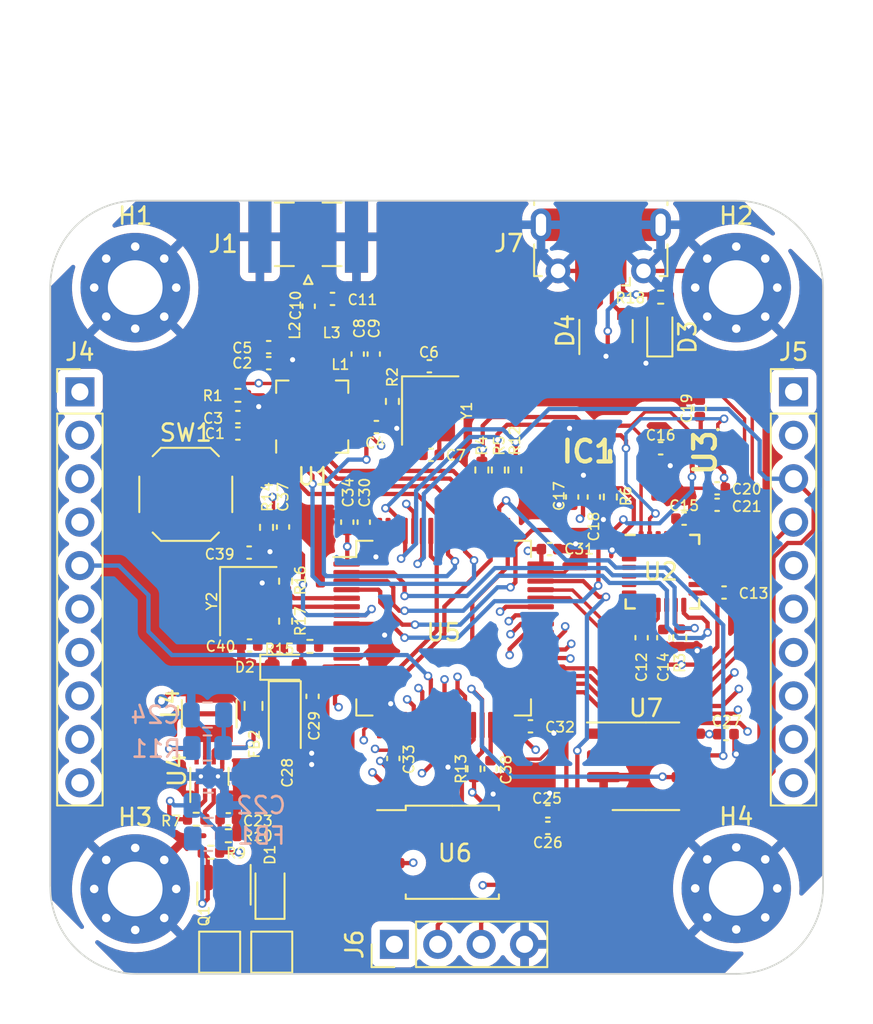
<source format=kicad_pcb>
(kicad_pcb (version 20221018) (generator pcbnew)
  (layers (0 "F.Cu" signal) (1 "In1.Cu" signal) (2 "In2.Cu" signal) (31 "B.Cu" signal) (34 "B.Paste" user) (35 "F.Paste" user) (36 "B.SilkS" user "B.Silkscreen") (37 "F.SilkS" user "F.Silkscreen") (38 "B.Mask" user) (39 "F.Mask" user) (44 "Edge.Cuts" user))
  (net 0 "")
  (net 1 "GND")
  (net 2 "Net-(U1-DVDD)")
  (net 3 "3.3V")
  (net 4 "NRF_XC1")
  (net 5 "NRF_XC2")
  (net 6 "NRF_VDD_PA")
  (net 7 "Net-(C10-Pad1)")
  (net 8 "Net-(J1-In)")
  (net 9 "Net-(U2-REGOUT)")
  (net 10 "Net-(U2-CPOUT)")
  (net 11 "C1")
  (net 12 "Filter_V_IN")
  (net 13 "V_IN_Sense")
  (net 14 "V_IN")
  (net 15 "NRF_ANT2")
  (net 16 "NRF_ANT1")
  (net 17 "Net-(U4-SW)")
  (net 18 "Net-(U1-IREF)")
  (net 19 "FSYNC")
  (net 20 "MPU_I2C_SDA")
  (net 21 "MPU_I2C_SCL")
  (net 22 "DPS_INT")
  (net 23 "EN")
  (net 24 "PG")
  (net 25 "NRF_CE")
  (net 26 "NRF_!CS")
  (net 27 "NRF_SCK")
  (net 28 "NRF_MOSI")
  (net 29 "NRF_MISO")
  (net 30 "NRF_IRQ")
  (net 35 "AUX_DA")
  (net 36 "AUX_CL")
  (net 37 "MPU_INT")
  (net 47 "INT{slash}DRDY")
  (net 53 "VDDA")
  (net 54 "NRST")
  (net 55 "Net-(D2-A)")
  (net 56 "Net-(D1-A1)")
  (net 57 "Test_LED")
  (net 58 "RCC_OSC_IN")
  (net 59 "RCC_OSC_OUT")
  (net 60 "D-")
  (net 61 "D+")
  (net 62 "SYS_SWDIO")
  (net 63 "SYS_SWCLK")
  (net 64 "FLASH_CS")
  (net 65 "FLASH_IO1")
  (net 66 "FLASH_IO2")
  (net 67 "FLASH_IO0")
  (net 68 "FLASH_CLK")
  (net 69 "FLASH_IO3")
  (net 72 "EEPROM_SDA")
  (net 73 "EEPROM_SCL")
  (net 74 "EEPROM_WP")
  (net 75 "Net-(U5-VCAP_1)")
  (net 76 "BOOT0")
  (net 77 "PWM_2")
  (net 78 "PWM_1")
  (net 79 "PWM_4")
  (net 80 "PWM_3")
  (net 82 "Net-(C39-Pad1)")
  (net 83 "Net-(C40-Pad1)")
  (net 84 "UART_RX")
  (net 85 "UART_TX")
  (net 86 "SPI2_MOSI")
  (net 87 "SPI2_MISO")
  (net 88 "SPI2_SCK")
  (net 89 "Net-(D3-A)")
  (net 90 "VBUS")
  (net 91 "PA10")
  (net 92 "PA9")
  (net 93 "PA8")
  (net 94 "PA5")
  (net 95 "PA4")
  (net 96 "PC6")
  (net 97 "PC7")
  (net 98 "SPI2_NSS")
  (footprint "Capacitor_SMD:C_0402_1005Metric" (layer "F.Cu") (at 141.252 58.9534)
    (fp_text reference "C4")
    (fp_text value "10nf")
  )
  (footprint "Resistor_SMD:R_0402_1005Metric" (layer "F.Cu") (at 130.7084 81.8896)
    (fp_text reference "R7")
    (fp_text value "110k")
  )
  (footprint "Button_Switch_SMD:SW_SPST_SKQG_WithStem" (layer "F.Cu") (at 130.0988 62.8904)
    (fp_text reference "SW1")
    (fp_text value "SW_Push")
  )
  (footprint "Resistor_SMD:R_0402_1005Metric" (layer "F.Cu") (at 147.4216 61.466 90)
    (fp_text reference "R4")
    (fp_text value "4.7k")
  )
  (footprint "Package_DFN_QFN:QFN-20-1EP_4x4mm_P0.5mm_EP2.5x2.5mm" (layer "F.Cu") (at 137.497 58.3431 90)
    (fp_text reference "U1")
    (fp_text value "NRF24L01")
  )
  (footprint "Capacitor_SMD:C_0402_1005Metric" (layer "F.Cu") (at 134.9502 54.2798 180)
    (fp_text reference "C5")
    (fp_text value "10nf")
  )
  (footprint "Resistor_SMD:R_0402_1005Metric" (layer "F.Cu") (at 135.9408 67.9684 90)
    (fp_text reference "R16")
    (fp_text value "0R")
  )
  (footprint "LED_SMD:LED_0603_1608Metric" (layer "F.Cu") (at 157.8356 53.34 90)
    (fp_text reference "D3")
    (fp_text value "LED")
  )
  (footprint "Resistor_SMD:R_0402_1005Metric" (layer "F.Cu") (at 149.352 61.466 90)
    (fp_text reference "R12")
    (fp_text value "4.7k")
  )
  (footprint "Connector_Coaxial:SMA_Samtec_SMA-J-P-X-ST-EM1_EdgeMount" (layer "F.Cu") (at 137.2616 47.8282 180)
    (fp_text reference "J1")
    (fp_text value "Conn_Coaxial")
  )
  (footprint "Capacitor_SMD:C_0402_1005Metric" (layer "F.Cu") (at 160.1724 57.8612 90)
    (fp_text reference "C19")
    (fp_text value "10uf")
  )
  (footprint "Package_TO_SOT_SMD:SOT-23" (layer "F.Cu") (at 132.334 86.2353 -90)
    (fp_text reference "Q1")
    (fp_text value "Si2319CDS")
  )
  (footprint "Capacitor_SMD:C_0402_1005Metric" (layer "F.Cu") (at 161.5948 68.6308)
    (fp_text reference "C13")
    (fp_text value "100nf")
  )
  (footprint "Resistor_SMD:R_0603_1608Metric" (layer "F.Cu") (at 134.0612 75.2628 90)
    (fp_text reference "FB2")
    (fp_text value "600R@100MHz")
  )
  (footprint "Sensor_Motion:InvenSense_QFN-24_4x4mm_P0.5mm" (layer "F.Cu") (at 157.988 67.4116)
    (fp_text reference "U2")
    (fp_text value "MPU-6050")
  )
  (footprint "LED_SMD:LED_0603_1608Metric" (layer "F.Cu") (at 135.9408 72.9996)
    (fp_text reference "D2")
    (fp_text value "Green_LED")
  )
  (footprint "Capacitor_SMD:C_0402_1005Metric" (layer "F.Cu") (at 140.1572 54.6862 90)
    (fp_text reference "C8")
    (fp_text value "2.2nf")
  )
  (footprint "Capacitor_SMD:C_0402_1005Metric" (layer "F.Cu") (at 132.588 81.8896)
    (fp_text reference "C23")
    (fp_text value "10nf")
  )
  (footprint "Capacitor_SMD:C_0402_1005Metric" (layer "F.Cu") (at 151.384 66.0908)
    (fp_text reference "C31")
    (fp_text value "100nf")
  )
  (footprint "Package_SON:WSON-8-1EP_2x2mm_P0.5mm_EP0.9x1.6mm_ThermalVias" (layer "F.Cu") (at 131.4824 79.3852 90)
    (fp_text reference "U4")
    (fp_text value "TPS62162DSG")
  )
  (footprint "Resistor_SMD:R_0402_1005Metric" (layer "F.Cu") (at 134.8232 64.8208 -90)
    (fp_text reference "R14")
    (fp_text value "10k")
  )
  (footprint "Package_SO:SOIC-8_3.9x4.9mm_P1.27mm" (layer "F.Cu") (at 157.0228 78.7908)
    (fp_text reference "U7")
    (fp_text value "AT24CS08-SSHM")
  )
  (footprint "MountingHole:MountingHole_3.2mm_M3_Pad_Via" (layer "F.Cu") (at 127.14 85.966)
    (fp_text reference "H3")
    (fp_text value "MountingHole_Pad")
  )
  (footprint "Capacitor_SMD:C_0402_1005Metric" (layer "F.Cu") (at 139.5476 64.516 90)
    (fp_text reference "C34")
    (fp_text value "4.7uf")
  )
  (footprint "Capacitor_SMD:C_0402_1005Metric" (layer "F.Cu") (at 137.5156 74.704 -90)
    (fp_text reference "C29")
    (fp_text value "10nf")
  )
  (footprint "Package_SO:SOIC-8_5.23x5.23mm_P1.27mm" (layer "F.Cu") (at 145.6944 83.82)
    (fp_text reference "U6")
    (fp_text value "W25Q32JVSS")
  )
  (footprint "Capacitor_SMD:C_0402_1005Metric" (layer "F.Cu") (at 161.1884 62.5348 180)
    (fp_text reference "C20")
    (fp_text value "100nf")
  )
  (footprint "Capacitor_SMD:C_0402_1005Metric" (layer "F.Cu") (at 157.8864 60.198 180)
    (fp_text reference "C16")
    (fp_text value "220nf")
  )
  (footprint "Resistor_SMD:R_0402_1005Metric" (layer "F.Cu") (at 133.1468 57.0992 180)
    (fp_text reference "R1")
    (fp_text value "22k")
  )
  (footprint "MountingHole:MountingHole_3.2mm_M3_Pad_Via" (layer "F.Cu") (at 162.306 50.8)
    (fp_text reference "H2")
    (fp_text value "MountingHole_Pad")
  )
  (footprint "Resistor_SMD:R_0402_1005Metric" (layer "F.Cu") (at 135.9408 70.3052 90)
    (fp_text reference "R17")
    (fp_text value "0R")
  )
  (footprint "Capacitor_SMD:C_0402_1005Metric" (layer "F.Cu") (at 135.7884 64.798 90)
    (fp_text reference "C37")
    (fp_text value "100nf")
  )
  (footprint "Capacitor_SMD:C_0402_1005Metric" (layer "F.Cu") (at 156.7688 71.2724 -90)
    (fp_text reference "C12")
    (fp_text value "10nf")
  )
  (footprint "Capacitor_SMD:C_0402_1005Metric" (layer "F.Cu") (at 133.8072 66.294)
    (fp_text reference "C39")
    (fp_text value "12pf")
  )
  (footprint "Capacitor_SMD:C_0402_1005Metric" (layer "F.Cu") (at 150.2664 76.454)
    (fp_text reference "C32")
    (fp_text value "100nf")
  )
  (footprint "Inductor_SMD:L_0402_1005Metric" (layer "F.Cu") (at 138.7374 54.229 180)
    (fp_text reference "L3")
    (fp_text value "2.7nH")
  )
  (footprint "Capacitor_SMD:C_0402_1005Metric" (layer "F.Cu") (at 161.6964 76.9112)
    (fp_text reference "C27")
    (fp_text value "0.1uf")
  )
  (footprint "Connector_PinHeader_2.54mm:PinHeader_1x10_P2.54mm_Vertical" (layer "F.Cu") (at 165.6588 56.896)
    (fp_text reference "J5")
    (fp_text value "Conn_01x10")
  )
  (footprint "TestPoint:TestPoint_Pad_2.0x2.0mm" (layer "F.Cu") (at 132.08 89.662)
    (fp_text reference "J2" hide)
    (fp_text value "V+")
  )
  (footprint "Capacitor_SMD:C_0402_1005Metric" (layer "F.Cu") (at 140.5128 64.516 90)
    (fp_text reference "C30")
    (fp_text value "100nf")
  )
  (footprint "Capacitor_SMD:C_0402_1005Metric" (layer "F.Cu") (at 138.684 51.4604 180)
    (fp_text reference "C11")
    (fp_text value "1p")
  )
  (footprint "Resistor_SMD:R_0402_1005Metric" (layer "F.Cu") (at 137.3632 71.7804 180)
    (fp_text reference "R15")
    (fp_text value "1k")
  )
  (footprint "Capacitor_SMD:C_0402_1005Metric" (layer "F.Cu") (at 151.2824 82.3976)
    (fp_text reference "C26")
    (fp_text value "0.1uf")
  )
  (footprint "Footprint:IIS2MDCTR" (layer "F.Cu") (at 160.4772 60.452 -90)
    (fp_text reference "U3")
    (fp_text value "IIS2MDCTR" hide)
  )
  (footprint "Capacitor_SMD:C_0402_1005Metric" (layer "F.Cu") (at 158.0388 71.2724 -90)
    (fp_text reference "C14")
    (fp_text value "100nf")
  )
  (footprint "TestPoint:TestPoint_Pad_2.0x2.0mm" (layer "F.Cu") (at 135.128 89.662)
    (fp_text reference "J3" hide)
    (fp_text value "V-")
  )
  (footprint "Connector_PinHeader_2.54mm:PinHeader_1x10_P2.54mm_Vertical" (layer "F.Cu") (at 123.9012 56.896)
    (fp_text reference "J4")
    (fp_text value "Conn_01x10")
  )
  (footprint "Resistor_SMD:R_0402_1005Metric" (layer "F.Cu") (at 148.3868 61.466 90)
    (fp_text reference "R5")
    (fp_text value "4.7k")
  )
  (footprint "Connector_USB:USB_Micro-B_Molex-105017-0001" (layer "F.Cu") (at 154.3812 48.3616 180)
    (fp_text reference "J7")
    (fp_text value "USB_B_Micro")
  )
  (footprint "Resistor_SMD:R_0402_1005Metric" (layer "F.Cu") (at 157.8864 51.3588 180)
    (fp_text reference "R18")
    (fp_text value "2.2k")
  )
  (footprint "Capacitor_SMD:C_0402_1005Metric" (layer "F.Cu") (at 137.2896 51.8922 90)
    (fp_text reference "C10")
    (fp_text value "1p5")
  )
  (footprint "Resistor_SMD:R_0402_1005Metric" (layer "F.Cu") (at 142.1892 57.4548 -90)
    (fp_text reference "R2")
    (fp_text value "1M")
  )
  (footprint "Crystal:Crystal_SMD_3225-4Pin_3.2x2.5mm" (layer "F.Cu") (at 144.4016 57.9882 -90)
    (fp_text reference "Y1")
    (fp_text value "16MHz")
  )
  (footprint "Inductor_SMD:L_Abracon_ASPI-3012S" (layer "F.Cu") (at 131.4704 75.7244 90)
    (fp_text reference "L4")
    (fp_text value "VLS252010HBX-2R2M-1")
  )
  (footprint "Capacitor_SMD:C_0402_1005Metric" (layer "F.Cu") (at 134.9528 55.2196 180)
    (fp_text reference "C2")
    (fp_text value "10uf")
  )
  (footprint "Resistor_SMD:R_0402_1005Metric" (layer "F.Cu") (at 146.9644 78.9432 90)
    (fp_text reference "R13")
    (fp_text value "4.7k")
  )
  (footprint "Capacitor_SMD:C_0402_1005Metric" (layer "F.Cu") (at 151.2824 81.4324)
    (fp_text reference "C25")
    (fp_text value "0.1uf")
  )
  (footprint "Inductor_SMD:L_0402_1005Metric" (layer "F.Cu") (at 137.7468 55.2196)
    (fp_text reference "L1")
    (fp_text value "8.2nH")
  )
  (footprint "Resistor_SMD:R_0402_1005Metric" (layer "F.Cu") (at 131.572 83.82)
    (fp_text reference "R9")
    (fp_text value "47k")
  )
  (footprint "Diode_SMD:D_SOD-323" (layer "F.Cu") (at 135.0264 86.106 90)
    (fp_text reference "D1")
    (fp_text value "SD24_SOD323")
  )
  (footprint "Capacitor_SMD:C_0402_1005Metric" (layer "F.Cu") (at 133.1468 59.3344 180)
    (fp_text reference "C1")
    (fp_text value "33nf")
  )
  (footprint "Inductor_SMD:L_0402_1005Metric" (layer "F.Cu") (at 137.2896 53.7718 90)
    (fp_text reference "L2")
    (fp_text value "3.9nH")
  )
  (footprint "Connector_PinHeader_2.54mm:PinHeader_1x04_P2.54mm_Vertical" (layer "F.Cu") (at 142.3008 89.2048 90)
    (fp_text reference "J6")
    (fp_text value "Conn_01x04")
  )
  (footprint "MountingHole:MountingHole_3.2mm_M3_Pad_Via" (layer "F.Cu") (at 162.306 85.932944)
    (fp_text reference "H4")
    (fp_text value "MountingHole_Pad")
  )
  (footprint "Capacitor_SMD:C_0402_1005Metric" (layer "F.Cu") (at 133.83 71.7276 180)
    (fp_text reference "C40")
    (fp_text value "12pf")
  )
  (footprint "Capacitor_SMD:C_0402_1005Metric" (layer "F.Cu") (at 159.258 64.3128)
    (fp_text reference "C15")
    (fp_text value "2.2nf")
  )
  (footprint "MountingHole:MountingHole_3.2mm_M3_Pad_Via" (layer "F.Cu") (at 127.14 50.8)
    (fp_text reference "H1")
    (fp_text value "MountingHole_Pad")
  )
  (footprint "Capacitor_SMD:C_0402_1005Metric" (layer "F.Cu") (at 144.4524 60.579 180)
    (fp_text reference "C7")
    (fp_text value "12pf")
  )
  (footprint "Resistor_SMD:R_0402_1005Metric" (layer "F.Cu") (at 159.004 71.2724 -90)
    (fp_text reference "R3")
    (fp_text value "1k")
  )
  (footprint "Capacitor_SMD:C_0402_1005Metric" (layer "F.Cu") (at 133.1468 58.3692 180)
    (fp_text reference "C3")
    (fp_text value "10nf")
  )
  (footprint "Capacitor_SMD:C_0402_1005Metric" (layer "F.Cu") (at 153.9748 63.0428 -90)
    (fp_text reference "C18")
    (fp_text value "100nf")
  )
  (footprint "Capacitor_Tantalum_SMD:CP_EIA-3216-18_Kemet-A" (layer "F.Cu") (at 135.89 76.1264 -90)
    (fp_text reference "C28")
    (fp_text value "1uf")
  )
  (footprint "Capacitor_SMD:C_0402_1005Metric" (layer "F.Cu") (at 152.7048 63.0428 -90)
    (fp_text reference "C17")
    (fp_text value "100nf")
  )
  (footprint "Capacitor_SMD:C_0402_1005Metric" (layer "F.Cu") (at 141.097 54.6862 90)
    (fp_text reference "C9")
    (fp_text value "4.7p")
  )
  (footprint "Resistor_SMD:R_0402_1005Metric" (layer "F.Cu") (at 154.94 63.0428 90)
    (fp_text reference "R6")
    (fp_text value "51k")
  )
  (footprint "Package_TO_SOT_SMD:SOT-143" (layer "F.Cu") (at 154.686 53.34 90)
    (fp_text reference "D4")
    (fp_text value "SP0503BAHT")
  )
  (footprint "Crystal:Crystal_SMD_3225-4Pin_3.2x2.5mm" (layer "F.Cu") (at 133.7564 69.1368 -90)
    (fp_text reference "Y2")
    (fp_text value "16MHz")
  )
  (footprint "Capacitor_SMD:C_0402_1005Metric" (layer "F.Cu") (at 147.9296 78.9432 -90)
    (fp_text reference "C38")
    (fp_text value "2.2uf")
  )
  (footprint "Capacitor_SMD:C_0402_1005Metric" (layer "F.Cu") (at 161.1884 63.5 180)
    (fp_text reference "C21")
    (fp_text value "100nf")
  )
  (footprint "Capacitor_SMD:C_0402_1005Metric" (layer "F.Cu") (at 142.24 78.3336 -90)
    (fp_text reference "C33")
    (fp_text value "100nf")
  )
  (footprint "Footprint:DPS310XTSA1" (layer "F.Cu") (at 153.67 60.6044 180)
    (fp_text reference "IC1")
    (fp_text value "DPS310XTSA1" hide)
  )
  (footprint "Capacitor_SMD:C_0402_1005Metric" (layer "F.Cu") (at 144.3508 55.3974)
    (fp_text reference "C6")
    (fp_text value "12pf")
  )
  (footprint "Resistor_SMD:R_0402_1005Metric" (layer "F.Cu") (at 132.588 82.8548)
    (fp_text reference "R10")
    (fp_text value "12k")
  )
  (footprint "Package_QFP:LQFP-64_10x10mm_P0.5mm" (layer "F.Cu") (at 145.1864 70.7136)
    (fp_text reference "U5")
    (fp_text value "STM32F412RGTx")
  )
  (footprint "Resistor_SMD:R_0805_2012Metric" (layer "B.Cu") (at 131.3669 77.724 180)
    (fp_text reference "R11")
    (fp_text value "100k")
  )
  (footprint "Capacitor_SMD:C_0805_2012Metric" (layer "B.Cu") (at 131.3688 75.7936 180)
    (fp_text reference "C24")
    (fp_text value "22uf")
  )
  (footprint "Capacitor_SMD:C_0805_2012Metric" (layer "B.Cu") (at 131.4196 81.0768)
    (fp_text reference "C22")
    (fp_text value "10uf")
  )
  (footprint "Resistor_SMD:R_0805_2012Metric" (layer "B.Cu") (at 131.4177 83.0072)
    (fp_text reference "FB1")
    (fp_text value "120R")
  )
  (gr_line (start 127.254 45.713654) (end 162.306 45.713654) (stroke (width 0.1)) (layer "Edge.Cuts"))
  (gr_arc (start 167.386 85.852) (mid 165.898102 89.444102) (end 162.306 90.932) (stroke (width 0.1)) (layer "Edge.Cuts"))
  (gr_line (start 162.306 90.932) (end 127.254 90.932) (stroke (width 0.1)) (layer "Edge.Cuts"))
  (gr_arc (start 162.306 45.72) (mid 165.898102 47.207898) (end 167.386 50.8) (stroke (width 0.1)) (layer "Edge.Cuts"))
  (gr_line (start 167.386 50.8) (end 167.386 85.852) (stroke (width 0.1)) (layer "Edge.Cuts"))
  (gr_arc (start 127.254 90.932) (mid 123.661898 89.444102) (end 122.174 85.852) (stroke (width 0.1)) (layer "Edge.Cuts"))
  (gr_line (start 122.167654 50.8) (end 122.167654 85.852) (stroke (width 0.1)) (layer "Edge.Cuts"))
  (gr_arc (start 122.167654 50.8) (mid 123.65741 47.20341) (end 127.254 45.713654) (stroke (width 0.1)) (layer "Edge.Cuts"))
  (segment (start 158.974 71.7524) (end 159.004 71.7824) (width 0.2) (layer "F.Cu") (net 1))
  (segment (start 155.0416 66.1416) (end 155.0616 66.1616) (width 0.25) (layer "F.Cu") (net 1))
  (segment (start 157.397 71.1242) (end 156.7688 71.7524) (width 0.2) (layer "F.Cu") (net 1))
  (segment (start 160.10116 60.702) (end 160.2272 60.82804) (width 0.2) (layer "F.Cu") (net 1))
  (segment (start 157.397 71.1242) (end 157.4106 71.1242) (width 0.2) (layer "F.Cu") (net 1))
  (segment (start 136.997 56.4056) (end 136.997 55.907661) (width 0.2) (layer "F.Cu") (net 1))
  (segment (start 157.738 70.1508) (end 157.397 70.4918) (width 0.2) (layer "F.Cu") (net 1))
  (segment (start 148.1328 80.4164) (end 148.082 80.3656) (width 0.2) (layer "F.Cu") (net 1))
  (segment (start 162.1764 77.95) (end 162.306 78.0796) (width 0.2) (layer "F.Cu") (net 1))
  (segment (start 159.008 60.702) (end 158.496 61.214) (width 0.2) (layer "F.Cu") (net 1))
  (segment (start 154.94 63.9572) (end 154.5336 64.3636) (width 0.25) (layer "F.Cu") (net 1))
  (segment (start 148.4364 76.3886) (end 148.4364 77.19393) (width 0.2) (layer "F.Cu") (net 1))
  (segment (start 154.91 63.5228) (end 154.94 63.5528) (width 0.25) (layer "F.Cu") (net 1))
  (segment (start 162.306 78.0796) (end 162.3568 77.978) (width 0.2) (layer "F.Cu") (net 1))
  (segment (start 135.5595 59.3431) (end 134.9332 59.9694) (width 0.25) (layer "F.Cu") (net 1))
  (segment (start 157.738 69.3616) (end 157.738 70.1508) (width 0.2) (layer "F.Cu") (net 1))
  (segment (start 133.284 85.2978) (end 134.7846 85.2978) (width 0.25) (layer "F.Cu") (net 1))
  (segment (start 141.9364 75.2844) (end 142.0876 75.1332) (width 0.25) (layer "F.Cu") (net 1))
  (segment (start 151.638 77.5716) (end 151.638 76.8604) (width 0.2) (layer "F.Cu") (net 1))
  (segment (start 153.3144 61.7728) (end 153.345 61.7018) (width 0.25) (layer "F.Cu") (net 1))
  (segment (start 150.8812 47.1241) (end 157.8812 47.1241) (width 0.25) (layer "F.Cu") (net 1))
  (segment (start 136.9568 85.6488) (end 136.9568 87.8332) (width 0.25) (layer "F.Cu") (net 1))
  (segment (start 141.9364 65.879285) (end 141.318485 66.4972) (width 0.25) (layer "F.Cu") (net 1))
  (segment (start 132.2324 78.9602) (end 131.8074 79.3852) (width 0.25) (layer "F.Cu") (net 1))
  (segment (start 141.732 71.04833) (end 141.71113 71.0692) (width 0.2) (layer "F.Cu") (net 1))
  (segment (start 131.1574 79.3852) (end 131.9824 79.3852) (width 0.25) (layer "F.Cu") (net 1))
  (segment (start 134.9332 59.9694) (end 132.8674 59.9694) (width 0.25) (layer "F.Cu") (net 1))
  (segment (start 134.4168 57.7596) (end 134.366 57.7596) (width 0.25) (layer "F.Cu") (net 1))
  (segment (start 142.0876 75.1332) (end 142.0876 75.1332) (width 0.25) (layer "F.Cu") (net 1))
  (segment (start 152.695 59.8794) (end 152.695 59.223) (width 0.25) (layer "F.Cu") (net 1))
  (segment (start 134.366 57.7088) (end 134.4168 57.7596) (width 0.25) (layer "F.Cu") (net 1))
  (segment (start 134.366 57.7596) (end 134.366 57.7088) (width 0.25) (layer "F.Cu") (net 1))
  (segment (start 139.5114 72.4636) (end 140.31673 72.4636) (width 0.2) (layer "F.Cu") (net 1))
  (segment (start 157.4106 71.1242) (end 158.0388 71.7524) (width 0.2) (layer "F.Cu") (net 1))
  (segment (start 158.4452 61.2648) (end 158.496 61.214) (width 0.2) (layer "F.Cu") (net 1))
  (segment (start 134.9937 57.8431) (end 134.5003 57.8431) (width 0.25) (layer "F.Cu") (net 1))
  (segment (start 153.9748 63.5228) (end 154.91 63.5228) (width 0.25) (layer "F.Cu") (net 1))
  (segment (start 150.8812 47.1241) (end 150.8812 48.8241) (width 0.25) (layer "F.Cu") (net 1))
  (segment (start 148.4364 77.19393) (end 149.61807 78.3756) (width 0.2) (layer "F.Cu") (net 1))
  (segment (start 152.695 59.223) (end 152.5524 59.0804) (width 0.25) (layer "F.Cu") (net 1))
  (segment (start 154.686 54.8132) (end 154.686 54.8132) (width 0.25) (layer "F.Cu") (net 1))
  (segment (start 135.5595 57.8431) (end 134.9937 57.8431) (width 0.25) (layer "F.Cu") (net 1))
  (segment (start 159.7272 60.702) (end 159.008 60.702) (width 0.2) (layer "F.Cu") (net 1))
  (segment (start 135.0264 85.056) (end 136.364 85.056) (width 0.25) (layer "F.Cu") (net 1))
  (segment (start 136.3472 55.257861) (end 136.3472 55.0164) (width 0.2) (layer "F.Cu") (net 1))
  (segment (start 152.5524 59.0296) (end 152.5016 59.0296) (width 0.25) (layer "F.Cu") (net 1))
  (segment (start 142.0876 75.1332) (end 142.0368 75.184) (width 0.25) (layer "F.Cu") (net 1))
  (segment (start 141.66033 71.12) (end 141.732 71.12) (width 0.2) (layer "F.Cu") (net 1))
  (segment (start 134.5003 57.8431) (end 134.4168 57.7596) (width 0.25) (layer "F.Cu") (net 1))
  (segment (start 150.7464 76.454) (end 151.2316 76.454) (width 0.2) (layer "F.Cu") (net 1))
  (segment (start 158.496 61.214) (end 158.4452 61.214) (width 0.2) (layer "F.Cu") (net 1))
  (segment (start 141.8056 78.8136) (end 141.478 78.486) (width 0.25) (layer "F.Cu") (net 1))
  (segment (start 132.2324 79.8102) (end 131.8074 79.3852) (width 0.25) (layer "F.Cu") (net 1))
  (segment (start 154.2128 54.34) (end 154.686 54.8132) (width 0.25) (layer "F.Cu") (net 1))
  (segment (start 152.5016 59.0296) (end 152.5524 59.0804) (width 0.25) (layer "F.Cu") (net 1))
  (segment (start 143.5516 59.0882) (end 143.5516 60.1582) (width 0.25) (layer "F.Cu") (net 1))
  (segment (start 156.038 66.1616) (end 155.0416 66.1416) (width 0.25) (layer "F.Cu") (net 1))
  (segment (start 153.345 61.3294) (end 153.3144 61.7728) (width 0.25) (layer "F.Cu") (net 1))
  (segment (start 162.1764 76.9112) (end 162.1764 77.95) (width 0.2) (layer "F.Cu") (net 1))
  (segment (start 149.61807 78.3756) (end 150.834 78.3756) (width 0.2) (layer "F.Cu") (net 1))
  (segment (start 141.1217 58.3431) (end 141.732 58.9534) (width 0.2) (layer "F.Cu") (net 1))
  (segment (start 152.5524 59.0804) (end 152.5524 59.0296) (width 0.25) (layer "F.Cu") (net 1))
  (segment (start 148.082 80.3656) (end 148.082 80.4164) (width 0.2) (layer "F.Cu") (net 1))
  (segment (start 132.6668 59.7688) (end 132.6668 59.3344) (width 0.25) (layer "F.Cu") (net 1))
  (segment (start 160.2272 60.82804) (end 160.2272 61.202) (width 0.2) (layer "F.Cu") (net 1))
  (segment (start 150.8812 48.8241) (end 151.8812 49.8241) (width 0.25) (layer "F.Cu") (net 1))
  (segment (start 143.5516 60.1582) (end 143.9724 60.579) (width 0.25) (layer "F.Cu") (net 1))
  (segment (start 144.8308 56.4674) (end 145.2516 56.8882) (width 0.25) (layer "F.Cu") (net 1))
  (segment (start 162.1764 76.9112) (end 162.3568 77.0916) (width 0.2) (layer "F.Cu") (net 1))
  (segment (start 152.908 66.802) (end 152.908 65.786) (width 0.2) (layer "F.Cu") (net 1))
  (segment (start 141.224 66.548) (end 141.224 66.4972) (width 0.25) (layer "F.Cu") (net 1))
  (segment (start 158.4452 61.214) (end 158.4452 61.2648) (width 0.2) (layer "F.Cu") (net 1))
  (segment (start 147.9296 80.2132) (end 148.082 80.3656) (width 0.2) (layer "F.Cu") (net 1))
  (segment (start 153.936 54.34) (end 154.2128 54.34) (width 0.25) (layer "F.Cu") (net 1))
  (segment (start 142.0876 75.1332) (end 142.0876 75.1332) (width 0.25) (layer "F.Cu") (net 1))
  (segment (start 152.2464 67.4636) (end 152.908 66.802) (width 0.2) (layer "F.Cu") (net 1))
  (segment (start 132.2324 80.3352) (end 132.2324 79.8102) (width 0.25) (layer "F.Cu") (net 1))
  (segment (start 140.31673 72.4636) (end 141.66033 71.12) (width 0.2) (layer "F.Cu") (net 1))
  (segment (start 157.8812 48.8241) (end 156.8812 49.8241) (width 0.25) (layer "F.Cu") (net 1))
  (segment (start 132.2324 78.4352) (end 132.2324 78.9602) (width 0.25) (layer "F.Cu") (net 1))
  (segment (start 136.9568 87.8332) (end 135.128 89.662) (width 0.25) (layer "F.Cu") (net 1))
  (segment (start 159.738 64.3128) (end 159.738 65.9616) (width 0.2) (layer "F.Cu") (net 1))
  (segment (start 157.397 70.4918) (end 157.397 71.1242) (width 0.2) (layer "F.Cu") (net 1))
  (segment (start 136.997 55.907661) (end 136.3472 55.257861) (width 0.2) (layer "F.Cu") (net 1))
  (segment (start 139.4345 58.3431) (end 141.1217 58.3431) (width 0.2) (layer "F.Cu") (net 1))
  (segment (start 157.8812 47.1241) (end 157.8812 48.8241) (width 0.25) (layer "F.Cu") (net 1))
  (segment (start 158.4452 62.1284) (end 158.4452 61.214) (width 0.2) (layer "F.Cu") (net 1))
  (segment (start 150.8614 67.4636) (end 152.2464 67.4636) (width 0.2) (layer "F.Cu") (net 1))
  (segment (start 136.364 85.056) (end 136.9568 85.6488) (width 0.25) (layer "F.Cu") (net 1))
  (segment (start 141.9364 76.3886) (end 141.9364 75.2844) (width 0.25) (layer "F.Cu") (net 1))
  (segment (start 158.0388 71.7524) (end 158.974 71.7524) (width 0.2) (layer "F.Cu") (net 1))
  (segment (start 156.8812 49.8241) (end 161.3301 49.8241) (width 0.25) (layer "F.Cu") (net 1))
  (segment (start 130.7324 80.3352) (end 130.7324 79.8102) (width 0.25) (layer "F.Cu") (net 1))
  (segment (start 134.7846 85.2978) (end 135.0264 85.056) (width 0.25) (layer "F.Cu") (net 1))
  (segment (start 151.8812 49.8241) (end 153.0812 49.8241) (width 0.25) (layer "F.Cu") (net 1))
  (segment (start 154.686 54.8132) (end 154.7368 54.864) (width 0.25) (layer "F.Cu") (net 1))
  (segment (start 154.94 63.5528) (end 154.94 63.9572) (width 0.25) (layer "F.Cu") (net 1))
  (segment (start 150.834 78.3756) (end 151.638 77.5716) (width 0.2) (layer "F.Cu") (net 1))
  (segment (start 148.082 80.4164) (end 148.1328 80.4164) (width 0.2) (layer "F.Cu") (net 1))
  (segment (start 159.004 71.7824) (end 159.7132 71.7824) (width 0.2) (layer "F.Cu") (net 1))
  (segment (start 151.7624 80.744) (end 151.384 80.3656) (width 0.2) (layer "F.Cu") (net 1))
  (segment (start 160.7084 62.5348) (end 158.8516 62.5348) (width 0.2) (layer "F.Cu") (net 1))
  (segment (start 131.8074 79.3852) (end 130.9824 79.3852) (width 0.25) (layer "F.Cu") (net 1))
  (segment (start 158.8516 62.5348) (end 158.4452 62.1284) (width 0.2) (layer "F.Cu") (net 1))
  (segment (start 159.738 65.9616) (end 159.938 66.1616) (width 0.2) (layer "F.Cu") (net 1))
  (segment (start 142.24 78.8136) (end 141.8056 78.8136) (width 0.25) (layer "F.Cu") (net 1))
  (segment (start 141.9364 65.0386) (end 141.9364 65.879285) (width 0.25) (layer "F.Cu") (net 1))
  (segment (start 154.686 54.8132) (end 154.686 54.8132) (width 0.25) (layer "F.Cu") (net 1))
  (segment (start 141.732 71.12) (end 141.732 71.04833) (width 0.2) (layer "F.Cu") (net 1))
  (segment (start 130.7324 79.8102) (end 131.1574 79.3852) (width 0.25) (layer "F.Cu") (net 1))
  (segment (start 132.8674 59.9694) (end 132.6668 59.7688) (width 0.25) (layer "F.Cu") (net 1))
  (segment (start 147.9296 79.4232) (end 147.9296 80.2132) (width 0.2) (layer "F.Cu") (net 1))
  (segment (start 151.7624 81.4324) (end 151.7624 82.3976) (width 0.2) (layer "F.Cu") (net 1))
  (segment (start 159.7272 60.702) (end 160.10116 60.702) (width 0.2) (layer "F.Cu") (net 1))
  (segment (start 151.7624 81.4324) (end 151.7624 80.744) (width 0.2) (layer "F.Cu") (net 1))
  (segment (start 144.8308 55.3974) (end 144.8308 56.4674) (width 0.25) (layer "F.Cu") (net 1))
  (segment (start 141.318485 66.4972) (end 141.224 66.548) (width 0.25) (layer "F.Cu") (net 1))
  (segment (start 151.2316 76.454) (end 151.638 76.8604) (width 0.2) (layer "F.Cu") (net 1))
  (segment (start 161.3301 49.8241) (end 162.306 50.8) (width 0.25) (layer "F.Cu") (net 1))
  (segment (start 141.71113 71.0692) (end 141.8336 71.0692) (width 0.2) (layer "F.Cu") (net 1))
  (via (at 152.908 65.786) (size 0.5) (drill 0.3) (layers "F.Cu" "B.Cu") (net 1))
  (via (at 162.306 78.0796) (size 0.5) (drill 0.3) (layers "F.Cu" "B.Cu") (net 1))
  (via (at 134.5692 68.072) (size 0.5) (drill 0.3) (layers "F.Cu" "B.Cu") (net 1))
  (via (at 152.5524 59.0296) (size 0.5) (drill 0.3) (layers "F.Cu" "B.Cu") (net 1))
  (via (at 151.638 76.8604) (size 0.5) (drill 0.3) (layers "F.Cu" "B.Cu") (net 1))
  (via (at 141.478 78.486) (size 0.5) (drill 0.3) (layers "F.Cu" "B.Cu") (net 1))
  (via (at 154.5336 64.3636) (size 0.5) (drill 0.3) (layers "F.Cu" "B.Cu") (net 1))
  (via (at 151.384 80.3656) (size 0.5) (drill 0.3) (layers "F.Cu" "B.Cu") (net 1))
  (via (at 151.9428 63.5) (size 0.5) (drill 0.3) (layers "F.Cu" "B.Cu") (net 1))
  (via (at 153.3652 61.7728) (size 0.5) (drill 0.3) (layers "F.Cu" "B.Cu") (net 1))
  (via (at 141.224 66.548) (size 0.5) (drill 0.3) (layers "F.Cu" "B.Cu") (net 1))
  (via (at 141.732 71.12) (size 0.5) (drill 0.3) (layers "F.Cu" "B.Cu") (net 1))
  (via (at 158.4452 61.214) (size 0.5) (drill 0.3) (layers "F.Cu" "B.Cu") (net 1))
  (via (at 142.0876 75.1332) (size 0.5) (drill 0.3) (layers "F.Cu" "B.Cu") (net 1))
  (via (at 137.4648 78.0288) (size 0.5) (drill 0.3) (layers "F.Cu" "B.Cu") (net 1))
  (via (at 134.366 57.7596) (size 0.5) (drill 0.3) (layers "F.Cu" "B.Cu") (net 1))
  (via (at 136.3472 55.0164) (size 0.5) (drill 0.3) (layers "F.Cu" "B.Cu") (net 1))
  (via (at 155.0416 66.1416) (size 0.5) (drill 0.3) (layers "F.Cu" "B.Cu") (net 1))
  (via (at 142.4432 59.0296) (size 0.5) (drill 0.3) (layers "F.Cu" "B.Cu") (net 1))
  (via (at 148.082 80.4164) (size 0.5) (drill 0.3) (layers "F.Cu" "B.Cu") (net 1))
  (via (at 145.4404 78.8416) (size 0.5) (drill 0.3) (layers "F.Cu" "B.Cu") (net 1))
  (via (at 154.686 54.8132) (size 0.5) (drill 0.3) (layers "F.Cu" "B.Cu") (net 1))
  (via (at 160.02 72.0344) (size 0.5) (drill 0.3) (layers "F.Cu" "B.Cu") (net 1))
  (via (at 137.4648 78.6892) (size 0.5) (drill 0.3) (layers "F.Cu" "B.Cu") (net 1))
  (via (at 157.0228 55.2196) (size 0.5) (drill 0.3) (layers "F.Cu" "B.Cu") (net 1))
  (via (at 135.0264 66.2432) (size 0.5) (drill 0.3) (layers "F.Cu" "B.Cu") (net 1))
  (segment (start 131.4419 76.8167) (end 131.4419 79.3447) (width 0.25) (layer "B.Cu") (net 1))
  (segment (start 132.3696 81.0768) (end 132.3696 80.2724) (width 0.25) (layer "B.Cu") (net 1))
  (segment (start 130.4188 75.7936) (end 131.4419 76.8167) (width 0.25) (layer "B.Cu") (net 1))
  (segment (start 131.4419 79.3447) (end 131.4824 79.3852) (width 0.25) (layer "B.Cu") (net 1))
  (segment (start 132.3696 80.2724) (end 131.4824 79.3852) (width 0.25) (layer "B.Cu") (net 1))
  (segment (start 134.607692 59.3344) (end 133.6268 59.3344) (width 0.25) (layer "F.Cu") (net 2))
  (segment (start 135.098992 58.8431) (end 134.607692 59.3344) (width 0.25) (layer "F.Cu") (net 2))
  (segment (start 135.5595 58.8431) (end 135.098992 58.8431) (width 0.25) (layer "F.Cu") (net 2))
  (segment (start 152.7048 62.5628) (end 152.7048 61.3392) (width 0.25) (layer "F.Cu") (net 3))
  (segment (start 160.7058 76.8858) (end 160.7312 76.9112) (width 0.25) (layer "F.Cu") (net 3))
  (segment (start 153.967191 62.5628) (end 153.3398 63.190191) (width 0.25) (layer "F.Cu") (net 3))
  (segment (start 135.4302 55.217) (end 135.4328 55.2196) (width 0.25) (layer "F.Cu") (net 3))
  (segment (start 135.4302 54.2798) (end 135.4302 55.217) (width 0.25) (layer "F.Cu") (net 3))
  (segment (start 156.0576 70.9168) (end 156.182 70.7924) (width 0.25) (layer "F.Cu") (net 3))
  (segment (start 134.366 56.388) (end 134.3484 56.4056) (width 0.2) (layer "F.Cu") (net 3))
  (segment (start 140.772 59.3396) (end 141.478 60.0456) (width 0.2) (layer "F.Cu") (net 3))
  (segment (start 142.4364 77.6572) (end 142.24 77.8536) (width 0.25) (layer "F.Cu") (net 3))
  (segment (start 149.2944 81.915) (end 150.3198 81.915) (width 0.25) (layer "F.Cu") (net 3))
  (segment (start 150.904 66.0908) (end 150.2156 66.0908) (width 0.25) (layer "F.Cu") (net 3))
  (segment (start 157.238 69.852285) (end 156.986285 70.104) (width 0.25) (layer "F.Cu") (net 3))
  (segment (start 128.6764 74.9808) (end 128.6256 75.0316) (width 0.25) (layer "F.Cu") (net 3))
  (segment (start 156.972 70.5892) (end 156.7688 70.7924) (width 0.25) (layer "F.Cu") (net 3))
  (segment (start 156.182 70.7924) (end 156.7688 70.7924) (width 0.25) (layer "F.Cu") (net 3))
  (segment (start 160.7312 76.9112) (end 160.7566 76.8858) (width 0.25) (layer "F.Cu") (net 3))
  (segment (start 160.2272 59.702) (end 160.2272 58.396) (width 0.25) (layer "F.Cu") (net 3))
  (segment (start 141.5288 60.0456) (end 141.5288 60.0964) (width 0.2) (layer "F.Cu") (net 3))
  (segment (start 134.0612 77.2668) (end 134.0612 76.0878) (width 0.25) (layer "F.Cu") (net 3))
  (segment (start 133.6286 77.6994) (end 133.858 77.47) (width 0.25) (layer "F.Cu") (net 3))
  (segment (start 150.5712 77.8256) (end 150.5712 77.8764) (width 0.25) (layer "F.Cu") (net 3))
  (segment (start 141.478 60.0456) (end 141.5288 60.0456) (width 0.2) (layer "F.Cu") (net 3))
  (segment (start 136.497 56.4056) (end 136.497 56.0298) (width 0.2) (layer "F.Cu") (net 3))
  (segment (start 161.2046 68.7206) (end 161.2046 71.815) (width 0.25) (layer "F.Cu") (net 3))
  (segment (start 153.3398 64.135) (end 153.162 64.3128) (width 0.25) (layer "F.Cu") (net 3))
  (segment (start 160.7566 76.8858) (end 161.191 76.8858) (width 0.25) (layer "F.Cu") (net 3))
  (segment (start 141.3938 64.996) (end 141.4364 65.0386) (width 0.25) (layer "F.Cu") (net 3))
  (segment (start 149.721 76.3886) (end 149.7864 76.454) (width 0.25) (layer "F.Cu") (net 3))
  (segment (start 159.938 68.6616) (end 161.084 68.6616) (width 0.25) (layer "F.Cu") (net 3))
  (segment (start 160.2272 60.227) (end 160.7272 60.727) (width 0.25) (layer "F.Cu") (net 3))
  (segment (start 156.895991 72.8472) (end 156.0576 72.008809) (width 0.25) (layer "F.Cu") (net 3))
  (segment (start 128.6764 74.9808) (end 128.6764 74.9808) (width 0.25) (layer "F.Cu") (net 3))
  (segment (start 150.3198 81.915) (end 150.8024 82.3976) (width 0.25) (layer "F.Cu") (net 3))
  (segment (start 148.463 81.915) (end 146.8628 80.3148) (width 0.25) (layer "F.Cu") (net 3))
  (segment (start 152.7048 61.3392) (end 152.695 61.3294) (width 0.25) (layer "F.Cu") (net 3))
  (segment (start 141.252 77.8536) (end 141.1732 77.7748) (width 0.2) (layer "F.Cu") (net 3))
  (segment (start 150.5712 77.8764) (end 150.5204 77.8256) (width 0.25) (layer "F.Cu") (net 3))
  (segment (start 135.5334 58.3692) (end 133.6268 58.3692) (width 0.25) (layer "F.Cu") (net 3))
  (segment (start 160.2272 59.702) (end 160.2272 60.227) (width 0.25) (layer "F.Cu") (net 3))
  (segment (start 132.6368 57.3792) (end 133.6268 58.3692) (width 0.2) (layer "F.Cu") (net 3))
  (segment (start 136.2456 55.7784) (end 135.9916 55.7784) (width 0.2) (layer "F.Cu") (net 3))
  (segment (start 161.2046 71.815) (end 160.1724 72.8472) (width 0.25) (layer "F.Cu") (net 3))
  (segment (start 156.0576 72.008809) (end 156.0576 70.9168) (width 0.25) (layer "F.Cu") (net 3))
  (segment (start 151.6152 62.5628) (end 153.9748 62.5628) (width 0.25) (layer "F.Cu") (net 3))
  (segment (start 133.2484 75.184) (end 133.2484 75.946) (width 0.25) (layer "F.Cu") (net 3))
  (segment (start 149.7864 76.454) (end 149.7864 77.0916) (width 0.25) (layer "F.Cu") (net 3))
  (segment (start 161.084 68.6616) (end 161.1148 68.6308) (width 0.25) (layer "F.Cu") (net 3))
  (segment (start 134.3836 56.4056) (end 134.366 56.388) (width 0.2) (layer "F.Cu") (net 3))
  (segment (start 136.497 56.0298) (end 136.2456 55.7784) (width 0.2) (layer "F.Cu") (net 3))
  (segment (start 142.24 77.8536) (end 141.252 77.8536) (width 0.2) (layer "F.Cu") (net 3))
  (segment (start 160.2272 58.396) (end 160.1724 58.3412) (width 0.25) (layer "F.Cu") (net 3))
  (segment (start 140.6617 58.8431) (end 140.772 58.9534) (width 0.25) (layer "F.Cu") (net 3))
  (segment (start 157.238 69.3616) (end 157.238 69.852285) (width 0.25) (layer "F.Cu") (net 3))
  (segment (start 153.9748 61.3496) (end 153.995 61.3294) (width 0.25) (layer "F.Cu") (net 3))
  (segment (start 160.7272 61.202) (end 161.2272 61.202) (width 0.25) (layer "F.Cu") (net 3))
  (segment (start 160.7272 60.727) (end 160.7272 61.202) (width 0.25) (layer "F.Cu") (net 3))
  (segment (start 161.5948 61.9252) (end 161.5948 63.4264) (width 0.25) (layer "F.Cu") (net 3))
  (segment (start 153.9748 62.5628) (end 153.967191 62.5628) (width 0.25) (layer "F.Cu") (net 3))
  (segment (start 135.9916 55.7784) (end 135.4328 55.2196) (width 0.2) (layer "F.Cu") (net 3))
  (segment (start 156.972 70.104) (end 156.972 70.5892) (width 0.25) (layer "F.Cu") (net 3))
  (segment (start 161.5948 63.4264) (end 161.6684 63.5) (width 0.25) (layer "F.Cu") (net 3))
  (segment (start 150.2156 66.0908) (end 150.114 66.1924) (width 0.25) (layer "F.Cu") (net 3))
  (segment (start 161.5948 61.5696) (end 161.5948 61.9252) (width 0.25) (layer "F.Cu") (net 3))
  (segment (start 146.9644 79.4532) (end 146.9644 80.2132) (width 0.25) (layer "F.Cu") (net 3))
  (segment (start 129.0828 74.5744) (end 128.6764 74.9808) (width 0.25) (layer "F.Cu") (net 3))
  (segment (start 150.3198 81.915) (end 150.8024 81.4324) (width 0.25) (layer "F.Cu") (net 3))
  (segment (start 146.9644 80.2132) (end 146.8628 80.3148) (width 0.25) (layer "F.Cu") (net 3))
  (segment (start 131.7324 78.4352) (end 131.7324 77.9102) (width 0.25) (layer "F.Cu") (net 3))
  (segment (start 148.9364 76.3886) (end 149.721 76.3886) (width 0.25) (layer "F.Cu") (net 3))
  (segment (start 133.858 77.47) (end 134.0612 77.2668) (width 0.25) (layer "F.Cu") (net 3))
  (segment (start 133.858 77.47) (end 133.858 77.47) (width 0.25) (layer "F.Cu") (net 3))
  (segment (start 139.5476 64.996) (end 139.5476 65.9384) (width 0.25) (layer "F.Cu") (net 3))
  (segment (start 131.9432 77.6994) (end 133.6286 77.6994) (width 0.25) (layer "F.Cu") (net 3))
  (segment (start 149.2944 81.915) (end 148.463 81.915) (width 0.25) (layer "F.Cu") (net 3))
  (segment (start 139.5476 66.9274) (end 139.5114 66.9636) (width 0.25) (layer "F.Cu") (net 3))
  (segment (start 134.3484 56.4056) (end 133.3304 56.4056) (width 0.2) (layer "F.Cu") (net 3))
  (segment (start 150.904 66.921) (end 150.8614 66.9636) (width 0.25) (layer "F.Cu") (net 3))
  (segment (start 151.0284 61.976) (end 151.6152 62.5628) (width 0.25) (layer "F.Cu") (net 3))
  (segment (start 161.191 76.8858) (end 161.2164 76.9112) (width 0.25) (layer "F.Cu") (net 3))
  (segment (start 161.1148 68.6308) (end 161.2046 68.7206) (width 0.25) (layer "F.Cu") (net 3))
  (segment (start 153.3398 63.190191) (end 153.3398 64.135) (width 0.25) (layer "F.Cu") (net 3))
  (segment (start 135.2296 63.0936) (end 135.1788 63.0428) (width 0.2) (layer "F.Cu") (net 3))
  (segment (start 134.8232 64.3108) (end 135.2296 63.9044) (width 0.2) (layer "F.Cu") (net 3))
  (segment (start 133.3902 76.0878) (end 134.0612 76.0878) (width 0.25) (layer "F.Cu") (net 3))
  (segment (start 150.114 66.1924) (end 150.114 66.1924) (width 0.25) (layer "F.Cu") (net 3))
  (segment (start 150.114 66.1924) (end 150.114 66.1924) (width 0.25) (layer "F.Cu") (net 3))
  (segment (start 131.7324 77.9102) (end 131.9432 77.6994) (width 0.25) (layer "F.Cu") (net 3))
  (segment (start 141.5288 60.0964) (end 141.478 60.0456) (width 0.2) (layer "F.Cu") (net 3))
  (segment (start 133.3304 56.4056) (end 132.6368 57.0992) (width 0.2) (layer "F.Cu") (net 3))
  (segment (start 150.5204 77.8256) (end 150.5712 77.8256) (width 0.25) (layer "F.Cu") (net 3))
  (segment (start 136.497 56.4056) (end 134.3836 56.4056) (width 0.2) (layer "F.Cu") (net 3))
  (segment (start 132.6388 74.5744) (end 133.2484 75.184) (width 0.25) (layer "F.Cu") (net 3))
  (segment (start 132.6368 57.0992) (end 132.6368 57.3792) (width 0.2) (layer "F.Cu") (net 3))
  (segment (start 142.4364 76.3886) (end 142.4364 77.6572) (width 0.25) (layer "F.Cu") (net 3))
  (segment (start 135.5595 58.3431) (end 135.5334 58.3692) (width 0.25) (layer "F.Cu") (net 3))
  (segment (start 156.986285 70.104) (end 156.972 70.104) (width 0.25) (layer "F.Cu") (net 3))
  (segment (start 161.2272 61.202) (end 161.5948 61.5696) (width 0.25) (layer "F.Cu") (net 3))
  (segment (start 135.1788 63.0428) (end 135.2296 63.0428) (width 0.2) (layer "F.Cu") (net 3))
  (segment (start 160.1724 72.8472) (end 159.1056 72.8472) (width 0.25) (layer "F.Cu") (net 3))
  (segment (start 140.772 58.9534) (end 140.772 59.3396) (width 0.2) (layer "F.Cu") (net 3))
  (segment (start 139.5476 65.9384) (end 139.5476 66.9274) (width 0.25) (layer "F.Cu") (net 3))
  (segment (start 133.2484 75.946) (end 133.3902 76.0878) (width 0.25) (layer "F.Cu") (net 3))
  (segment (start 140.5128 64.996) (end 141.3938 64.996) (width 0.25) (layer "F.Cu") (net 3))
  (segment (start 135.2296 63.9044) (end 135.2296 63.0936) (width 0.2) (layer "F.Cu") (net 3))
  (segment (start 150.114 66.1924) (end 150.0632 66.2432) (width 0.25) (layer "F.Cu") (net 3))
  (segment (start 159.4978 76.8858) (end 160.7058 76.8858) (width 0.25) (layer "F.Cu") (net 3))
  (segment (start 153.9748 62.5628) (end 153.9748 61.3496) (width 0.25) (layer "F.Cu") (net 3))
  (segment (start 147.4216 61.976) (end 151.0284 61.976) (width 0.25) (layer "F.Cu") (net 3))
  (segment (start 139.5476 64.996) (end 140.5128 64.996) (width 0.25) (layer "F.Cu") (net 3))
  (segment (start 149.7864 77.0916) (end 150.5204 77.8256) (width 0.25) (layer "F.Cu") (net 3))
  (segment (start 159.1056 72.8472) (end 156.895991 72.8472) (width 0.25) (layer "F.Cu") (net 3))
  (segment (start 150.904 66.04) (end 150.904 66.921) (width 0.25) (layer "F.Cu") (net 3))
  (segment (start 133.858 77.47) (end 133.858 77.47) (width 0.25) (layer "F.Cu") (net 3))
  (segment (start 139.4345 58.8431) (end 140.6617 58.8431) (width 0.25) (layer "F.Cu") (net 3))
  (segment (start 128.6764 74.9808) (end 128.6764 74.9808) (width 0.25) (layer "F.Cu") (net 3))
  (segment (start 131.4704 74.5744) (end 132.6388 74.5744) (width 0.25) (layer "F.Cu") (net 3))
  (segment (start 131.4704 74.5744) (end 129.0828 74.5744) (width 0.25) (layer "F.Cu") (net 3))
  (via (at 150.5712 77.8256) (size 0.5) (drill 0.3) (layers "F.Cu" "B.Cu") (net 3))
  (via (at 135.1788 63.0428) (size 0.5) (drill 0.3) (layers "F.Cu" "B.Cu") (net 3))
  (via (at 133.858 77.47) (size 0.5) (drill 0.3) (layers "F.Cu" "B.Cu") (net 3))
  (via (at 160.7312 76.9112) (size 0.5) (drill 0.3) (layers "F.Cu" "B.Cu") (net 3))
  (via (at 159.1056 72.8472) (size 0.5) (drill 0.3) (layers "F.Cu" "B.Cu") (net 3))
  (via (at 141.5288 60.0456) (size 0.5) (drill 0.3) (layers "F.Cu" "B.Cu") (net 3))
  (via (at 139.5476 65.9384) (size 0.5) (drill 0.3) (layers "F.Cu" "B.Cu") (net 3))
  (via (at 141.1732 77.7748) (size 0.5) (drill 0.3) (layers "F.Cu" "B.Cu") (net 3))
  (via (at 146.8628 80.3148) (size 0.5) (drill 0.3) (layers "F.Cu" "B.Cu") (net 3))
  (via (at 153.162 64.3128) (size 0.5) (drill 0.3) (layers "F.Cu" "B.Cu") (net 3))
  (via (at 161.5948 61.9252) (size 0.5) (drill 0.3) (layers "F.Cu" "B.Cu") (net 3))
  (via (at 150.114 66.1924) (size 0.5) (drill 0.3) (layers "F.Cu" "B.Cu") (net 3))
  (via (at 134.366 56.388) (size 0.5) (drill 0.3) (layers "F.Cu" "B.Cu") (net 3))
  (via (at 128.6764 74.9808) (size 0.8) (drill 0.4) (layers "F.Cu" "B.Cu") (net 3))
  (segment (start 132.3188 75.7936) (end 132.3188 77.6846) (width 0.25) (layer "B.Cu") (net 3))
  (segment (start 132.3188 77.6846) (end 132.2794 77.724) (width 0.25) (layer "B.Cu") (net 3))
  (segment (start 132.2794 77.724) (end 133.604 77.724) (width 0.25) (layer "B.Cu") (net 3))
  (segment (start 133.604 77.724) (end 133.858 77.47) (width 0.25) (layer "B.Cu") (net 3))
  (segment (start 143.8708 56.569) (end 143.5516 56.8882) (width 0.25) (layer "F.Cu") (net 4))
  (segment (start 140.8254 56.8882) (end 143.5516 56.8882) (width 0.2) (layer "F.Cu") (net 4))
  (segment (start 143.8708 55.3974) (end 143.8708 56.569) (width 0.25) (layer "F.Cu") (net 4))
  (segment (start 140.3705 57.3431) (end 140.8254 56.8882) (width 0.2) (layer "F.Cu") (net 4))
  (segment (start 139.4345 57.3431) (end 140.3705 57.3431) (width 0.2) (layer "F.Cu") (net 4))
  (segment (start 139.4345 57.8431) (end 142.0675 57.8431) (width 0.2) (layer "F.Cu") (net 5))
  (segment (start 142.0675 57.8431) (end 142.1892 57.9648) (width 0.2) (layer "F.Cu") (net 5))
  (segment (start 144.2282 57.9648) (end 144.3044 58.041) (width 0.2) (layer "F.Cu") (net 5))
  (segment (start 144.9324 60.579) (end 144.9324 59.4074) (width 0.25) (layer "F.Cu") (net 5))
  (segment (start 144.9324 59.4074) (end 145.2516 59.0882) (width 0.25) (layer "F.Cu") (net 5))
  (segment (start 145.2516 58.9882) (end 145.2516 59.0882) (width 0.25) (layer "F.Cu") (net 5))
  (segment (start 144.3044 58.041) (end 145.2516 58.9882) (width 0.25) (layer "F.Cu") (net 5))
  (segment (start 142.1892 57.9648) (end 144.2282 57.9648) (width 0.2) (layer "F.Cu") (net 5))
  (segment (start 139.2224 55.356088) (end 139.2224 54.229) (width 0.25) (layer "F.Cu") (net 6))
  (segment (start 138.497 56.4056) (end 138.497 56.081488) (width 0.25) (layer "F.Cu") (net 6))
  (segment (start 138.497 56.081488) (end 139.2224 55.356088) (width 0.25) (layer "F.Cu") (net 6))
  (segment (start 139.2224 54.229) (end 141.0742 54.229) (width 0.25) (layer "F.Cu") (net 6))
  (segment (start 141.0742 54.229) (end 141.097 54.2062) (width 0.25) (layer "F.Cu") (net 6))
  (segment (start 137.2896 53.2868) (end 137.2896 52.3722) (width 0.35) (layer "F.Cu") (net 7))
  (segment (start 137.2896 51.4122) (end 138.1558 51.4122) (width 0.35) (layer "F.Cu") (net 8))
  (segment (start 137.2616 51.3842) (end 137.2616 47.6282) (width 0.35) (layer "F.Cu") (net 8))
  (segment (start 138.1558 51.4122) (end 138.204 51.4604) (width 0.35) (layer "F.Cu") (net 8))
  (segment (start 137.2896 51.4122) (end 137.2616 51.3842) (width 0.35) (layer "F.Cu") (net 8))
  (segment (start 158.238 70.5932) (end 158.238 69.3616) (width 0.25) (layer "F.Cu") (net 9))
  (segment (start 158.0388 70.7924) (end 158.238 70.5932) (width 0.25) (layer "F.Cu") (net 9))
  (segment (start 158.778 64.3128) (end 158.738 64.3528) (width 0.25) (layer "F.Cu") (net 10))
  (segment (start 158.738 64.3528) (end 158.738 65.4616) (width 0.25) (layer "F.Cu") (net 10))
  (segment (start 158.3704 60.202) (end 159.7272 60.202) (width 0.25) (layer "F.Cu") (net 11))
  (segment (start 158.3664 60.198) (end 158.3704 60.202) (width 0.25) (layer "F.Cu") (net 11))
  (segment (start 131.2324 80.7864) (end 131.2324 80.3352) (width 0.25) (layer "F.Cu") (net 12))
  (segment (start 130.1984 81.8896) (end 129.3368 81.8896) (width 0.25) (layer "F.Cu") (net 12))
  (segment (start 129.1336 81.6864) (end 129.1336 80.8736) (width 0.25) (layer "F.Cu") (net 12))
  (segment (start 130.4544 81.3308) (end 130.688 81.3308) (width 0.25) (layer "F.Cu") (net 12))
  (segment (start 129.1336 80.8736) (end 129.1844 80.8228) (width 0.25) (layer "F.Cu") (net 12))
  (segment (start 129.3368 81.8896) (end 129.1336 81.6864) (width 0.25) (layer "F.Cu") (net 12))
  (segment (start 130.1984 81.8896) (end 130.1984 81.5868) (width 0.25) (layer "F.Cu") (net 12))
  (segment (start 130.1984 81.5868) (end 130.4544 81.3308) (width 0.25) (layer "F.Cu") (net 12))
  (segment (start 130.688 81.3308) (end 131.2324 80.7864) (width 0.25) (layer "F.Cu") (net 12))
  (via (at 129.1844 80.8228) (size 0.5) (drill 0.3) (layers "F.Cu" "B.Cu") (net 12))
  (segment (start 130.4696 81.092) (end 132.3302 82.9526) (width 0.25) (layer "B.Cu") (net 12))
  (segment (start 132.3302 82.9526) (end 132.3302 83.0072) (width 0.25) (layer "B.Cu") (net 12))
  (segment (start 130.4696 81.0768) (end 130.4696 81.092) (width 0.25) (layer "B.Cu") (net 12))
  (segment (start 130.4696 81.0768) (end 129.4384 81.0768) (width 0.25) (layer "B.Cu") (net 12))
  (segment (start 129.4384 81.0768) (end 129.1844 80.8228) (width 0.25) (layer "B.Cu") (net 12))
  (segment (start 132.082 83.82) (end 132.082 81.9156) (width 0.25) (layer "F.Cu") (net 13))
  (segment (start 144.9364 78.228) (end 143.9672 79.1972) (width 0.25) (layer "F.Cu") (net 13))
  (segment (start 143.9164 79.248) (end 143.9672 79.1972) (width 0.25) (layer "F.Cu") (net 13))
  (segment (start 132.082 83.82) (end 133.1976 83.82) (width 0.25) (layer "F.Cu") (net 13))
  (segment (start 144.9364 76.3886) (end 144.9364 78.228) (width 0.25) (layer "F.Cu") (net 13))
  (segment (start 132.082 81.9156) (end 132.108 81.8896) (width 0.25) (layer "F.Cu") (net 13))
  (segment (start 143.9672 79.1972) (end 143.9164 79.1972) (width 0.25) (layer "F.Cu") (net 13))
  (segment (start 143.9164 79.1972) (end 143.9164 79.248) (width 0.25) (layer "F.Cu") (net 13))
  (via (at 133.1976 83.82) (size 0.5) (drill 0.3) (layers "F.Cu" "B.Cu") (net 13))
  (via (at 143.9164 79.1972) (size 0.5) (drill 0.3) (layers "F.Cu" "B.Cu") (net 13))
  (segment (start 131.1148 86.8172) (end 131.064 86.8172) (width 0.25) (layer "F.Cu") (net 14))
  (segment (start 131.384 84.142) (end 131.062 83.82) (width 0.25) (layer "F.Cu") (net 14))
  (segment (start 131.384 85.2978) (end 131.384 86.548) (width 0.25) (layer "F.Cu") (net 14))
  (segment (start 131.064 86.8172) (end 131.064 86.868) (width 0.25) (layer "F.Cu") (net 14))
  (segment (start 131.384 85.2978) (end 131.384 84.142) (width 0.25) (layer "F.Cu") (net 14))
  (segment (start 131.064 86.868) (end 131.1148 86.8172) (width 0.25) (layer "F.Cu") (net 14))
  (segment (start 131.384 86.548) (end 131.1148 86.8172) (width 0.25) (layer "F.Cu") (net 14))
  (via (at 131.064 86.8172) (size 0.5) (drill 0.3) (layers "F.Cu" "B.Cu") (net 14))
  (segment (start 131.064 83.566) (end 131.064 86.8172) (width 0.25) (layer "B.Cu") (net 14))
  (segment (start 130.5052 83.0072) (end 131.064 83.566) (width 0.25) (layer "B.Cu") (net 14))
  (segment (start 137.2618 55.2196) (end 137.2618 54.2846) (width 0.35) (layer "F.Cu") (net 15))
  (segment (start 137.497 56.4056) (end 137.497 55.806621) (width 0.25) (layer "F.Cu") (net 15))
  (segment (start 137.2618 54.2846) (end 137.2896 54.2568) (width 0.35) (layer "F.Cu") (net 15))
  (segment (start 137.2618 55.571421) (end 137.2618 55.2196) (width 0.25) (layer "F.Cu") (net 15))
  (segment (start 137.497 55.806621) (end 137.2618 55.571421) (width 0.25) (layer "F.Cu") (net 15))
  (segment (start 138.2524 54.229) (end 138.2524 55.199) (width 0.25) (layer "F.Cu") (net 16))
  (segment (start 138.2318 55.710292) (end 138.2318 55.2196) (width 0.25) (layer "F.Cu") (net 16))
  (segment (start 138.2524 55.199) (end 138.2318 55.2196) (width 0.25) (layer "F.Cu") (net 16))
  (segment (start 137.997 55.945092) (end 138.2318 55.710292) (width 0.25) (layer "F.Cu") (net 16))
  (segment (start 137.997 56.4056) (end 137.997 55.945092) (width 0.25) (layer "F.Cu") (net 16))
  (segment (start 131.2324 78.4352) (end 131.2324 77.1124) (width 0.25) (layer "F.Cu") (net 17))
  (segment (start 131.2324 77.1124) (end 131.4704 76.8744) (width 0.25) (layer "F.Cu") (net 17))
  (segment (start 134.62 57.0992) (end 133.6568 57.0992) (width 0.25) (layer "F.Cu") (net 18))
  (segment (start 135.5595 57.3431) (end 134.8639 57.3431) (width 0.25) (layer "F.Cu") (net 18))
  (segment (start 134.8639 57.3431) (end 134.62 57.0992) (width 0.25) (layer "F.Cu") (net 18))
  (segment (start 159.004 70.7624) (end 159.8188 70.7624) (width 0.25) (layer "F.Cu") (net 19))
  (segment (start 142.2412 67.4636) (end 142.9004 68.1228) (width 0.25) (layer "F.Cu") (net 19))
  (segment (start 142.9004 68.1228) (end 142.9004 68.8848) (width 0.25) (layer "F.Cu") (net 19))
  (segment (start 158.738 70.4964) (end 159.004 70.7624) (width 0.25) (layer "F.Cu") (net 19))
  (segment (start 139.5114 67.4636) (end 142.2412 67.4636) (width 0.25) (layer "F.Cu") (net 19))
  (segment (start 158.738 69.3616) (end 158.738 70.4964) (width 0.25) (layer "F.Cu") (net 19))
  (segment (start 159.8188 70.7624) (end 159.8676 70.7136) (width 0.25) (layer "F.Cu") (net 19))
  (via (at 142.9004 68.834) (size 0.5) (drill 0.3) (layers "F.Cu" "B.Cu") (net 19))
  (via (at 159.8676 70.7136) (size 0.5) (drill 0.3) (layers "F.Cu" "B.Cu") (net 19))
  (segment (start 155.075969 67.622) (end 157.9952 67.622) (width 0.25) (layer "B.Cu") (net 19))
  (segment (start 148.1926 67.1994) (end 154.653369 67.1994) (width 0.25) (layer "B.Cu") (net 19))
  (segment (start 146.558 68.834) (end 148.1926 67.1994) (width 0.25) (layer "B.Cu") (net 19))
  (segment (start 158.6992 70.4596) (end 158.9532 70.7136) (width 0.25) (layer "B.Cu") (net 19))
  (segment (start 158.9532 70.7136) (end 159.8676 70.7136) (width 0.25) (layer "B.Cu") (net 19))
  (segment (start 154.653369 67.1994) (end 155.075969 67.622) (width 0.25) (layer "B.Cu") (net 19))
  (segment (start 158.6992 68.326) (end 158.6992 70.4596) (width 0.25) (layer "B.Cu") (net 19))
  (segment (start 157.9952 67.622) (end 158.6992 68.326) (width 0.25) (layer "B.Cu") (net 19))
  (segment (start 142.9004 68.834) (end 146.558 68.834) (width 0.25) (layer "B.Cu") (net 19))
  (segment (start 154.5722 58.8772) (end 156.1592 58.8772) (width 0.25) (layer "F.Cu") (net 20))
  (segment (start 156.972 58.0644) (end 158.4452 58.0644) (width 0.2) (layer "F.Cu") (net 20))
  (segment (start 147.4724 58.8772) (end 147.4724 60.2488) (width 0.25) (layer "F.Cu") (net 20))
  (segment (start 143.9364 66.6296) (end 143.6116 66.9544) (width 0.25) (layer "F.Cu") (net 20))
  (segment (start 143.9364 65.0386) (end 143.9364 66.6296) (width 0.25) (layer "F.Cu") (net 20))
  (segment (start 156.738 59.456) (end 156.1592 58.8772) (width 0.2) (layer "F.Cu") (net 20))
  (segment (start 156.1592 58.8772) (end 156.972 58.0644) (width 0.2) (layer "F.Cu") (net 20))
  (segment (start 158.4452 58.0644) (end 159.7272 59.3464) (width 0.2) (layer "F.Cu") (net 20))
  (segment (start 147.4724 60.9052) (end 147.4216 60.956) (width 0.25) (layer "F.Cu") (net 20))
  (segment (start 147.4724 60.2488) (end 147.4724 60.9052) (width 0.25) (layer "F.Cu") (net 20))
  (segment (start 153.995 59.4544) (end 152.9098 58.3692) (width 0.25) (layer "F.Cu") (net 20))
  (segment (start 153.995 59.8794) (end 153.995 59.4544) (width 0.25) (layer "F.Cu") (net 20))
  (segment (start 152.9098 58.3692) (end 147.9804 58.3692) (width 0.25) (layer "F.Cu") (net 20))
  (segment (start 147.9804 58.3692) (end 147.4724 58.8772) (width 0.25) (layer "F.Cu") (net 20))
  (segment (start 153.995 59.4544) (end 154.5722 58.8772) (width 0.25) (layer "F.Cu") (net 20))
  (segment (start 156.738 65.4616) (end 156.738 59.456) (width 0.2) (layer "F.Cu") (net 20))
  (segment (start 159.7272 59.3464) (end 159.7272 59.702) (width 0.2) (layer "F.Cu") (net 20))
  (via (at 147.4724 60.2488) (size 0.5) (drill 0.3) (layers "F.Cu" "B.Cu") (net 20))
  (via (at 143.6624 66.9544) (size 0.5) (drill 0.3) (layers "F.Cu" "B.Cu") (net 20))
  (segment (start 147.333398 60.058998) (end 147.4724 60.198) (width 0.25) (layer "B.Cu") (net 20))
  (segment (start 144.027 62.857396) (end 146.825398 60.058998) (width 0.25) (layer "B.Cu") (net 20))
  (segment (start 146.825398 60.058998) (end 147.333398 60.058998) (width 0.25) (layer "B.Cu") (net 20))
  (segment (start 143.6624 66.9544) (end 144.027 66.5898) (width 0.25) (layer "B.Cu") (net 20))
  (segment (start 144.027 66.5898) (end 144.027 63.0936) (width 0.25) (layer "B.Cu") (net 20))
  (segment (start 144.027 63.0936) (end 144.027 62.857396) (width 0.25) (layer "B.Cu") (net 20))
  (segment (start 161.2272 59.702) (end 161.2272 58.7876) (width 0.2) (layer "F.Cu") (net 21))
  (segment (start 151.7904 59.2328) (end 151.7904 60.1472) (width 0.25) (layer "F.Cu") (net 21))
  (segment (start 151.3768 58.8192) (end 151.7904 59.2328) (width 0.25) (layer "F.Cu") (net 21))
  (segment (start 157.5308 64.008) (end 157.5816 64.008) (width 0.2) (layer "F.Cu") (net 21))
  (segment (start 151.7904 60.1472) (end 152.146 60.5028) (width 0.25) (layer "F.Cu") (net 21))
  (segment (start 152.146 60.5028) (end 154.4828 60.5028) (width 0.25) (layer "F.Cu") (net 21))
  (segment (start 155.8544 60.198) (end 155.8544 60.2488) (width 0.25) (layer "F.Cu") (net 21))
  (segment (start 157.5816 63.9572) (end 157.5816 63.9572) (width 0.2) (layer "F.Cu") (net 21))
  (segment (start 148.336 59.3852) (end 148.902 58.8192) (width 0.25) (layer "F.Cu") (net 21))
  (segment (start 148.902 58.8192) (end 151.3768 58.8192) (width 0.25) (layer "F.Cu") (net 21))
  (segment (start 161.5948 58.42) (end 161.5948 58.42) (width 0.2) (layer "F.Cu") (net 21))
  (segment (start 154.645 60.3406) (end 154.645 59.8794) (width 0.25) (layer "F.Cu") (net 21))
  (segment (start 157.238 65.4616) (end 157.238 64.3008) (width 0.2) (layer "F.Cu") (net 21))
  (segment (start 161.544 58.4708) (end 161.5948 58.4708) (width 0.2) (layer "F.Cu") (net 21))
  (segment (start 148.336 59.69) (end 148.336 59.3852) (width 0.25) (layer "F.Cu") (net 21))
  (segment (start 154.7876 59.436) (end 155.5496 59.436) (width 0.25) (layer "F.Cu") (net 21))
  (segment (start 148.336 60.9052) (end 148.3868 60.956) (width 0.25) (layer "F.Cu") (net 21))
  (segment (start 148.336 59.69) (end 148.336 60.9052) (width 0.25) (layer "F.Cu") (net 21))
  (segment (start 157.5816 64.008) (end 157.5816 63.9572) (width 0.2) (layer "F.Cu") (net 21))
  (segment (start 154.645 59.5786) (end 154.7876 59.436) (width 0.25) (layer "F.Cu") (net 21))
  (segment (start 155.8036 59.69) (end 155.8544 59.7408) (width 0.25) (layer "F.Cu") (net 21))
  (segment (start 155.8544 59.7408) (end 155.8544 60.198) (width 0.25) (layer "F.Cu") (net 21))
  (segment (start 142.9364 65.0386) (end 142.9364 66.4104) (width 0.25) (layer "F.Cu") (net 21))
  (segment (start 155.5496 59.436) (end 155.8036 59.69) (width 0.25) (layer "F.Cu") (net 21))
  (segment (start 154.645 59.8794) (end 154.645 59.5786) (width 0.25) (layer "F.Cu") (net 21))
  (segment (start 142.9364 66.4104) (end 142.6972 66.6496) (width 0.25) (layer "F.Cu") (net 21))
  (segment (start 157.238 64.3008) (end 157.5308 64.008) (width 0.2) (layer "F.Cu") (net 21))
  (segment (start 161.2272 58.7876) (end 161.544 58.4708) (width 0.2) (layer "F.Cu") (net 21))
  (segment (start 154.4828 60.5028) (end 154.645 60.3406) (width 0.25) (layer "F.Cu") (net 21))
  (segment (start 161.5948 58.4708) (end 161.5948 58.42) (width 0.2) (layer "F.Cu") (net 21))
  (via (at 161.5948 58.4708) (size 0.5) (drill 0.3) (layers "F.Cu" "B.Cu") (net 21))
  (via (at 155.8544 60.198) (size 0.5) (drill 0.3) (layers "F.Cu" "B.Cu") (net 21))
  (via (at 142.6972 66.6496) (size 0.5) (drill 0.3) (layers "F.Cu" "B.Cu") (net 21))
  (via (at 157.5816 64.008) (size 0.5) (drill 0.3) (layers "F.Cu" "B.Cu") (net 21))
  (via (at 148.336 59.69) (size 0.5) (drill 0.3) (layers "F.Cu" "B.Cu") (net 21))
  (segment (start 143.577 63.3984) (end 143.577 62.671) (width 0.25) (layer "B.Cu") (net 21))
  (segment (start 142.6972 66.6496) (end 143.577 65.7698) (width 0.25) (layer "B.Cu") (net 21))
  (segment (start 155.8544 60.198) (end 155.8544 59.3344) (width 0.2) (layer "B.Cu") (net 21))
  (segment (start 155.8544 59.3344) (end 156.718 58.4708) (width 0.2) (layer "B.Cu") (net 21))
  (segment (start 143.577 62.671) (end 146.7104 59.5376) (width 0.25) (layer "B.Cu") (net 21))
  (segment (start 155.8544 62.2808) (end 157.5816 64.008) (width 0.2) (layer "B.Cu") (net 21))
  (segment (start 143.577 65.7698) (end 143.577 63.3984) (width 0.25) (layer "B.Cu") (net 21))
  (segment (start 146.7104 59.5376) (end 148.1836 59.5376) (width 0.25) (layer "B.Cu") (net 21))
  (segment (start 148.1836 59.5376) (end 148.336 59.69) (width 0.25) (layer "B.Cu") (net 21))
  (segment (start 156.718 58.4708) (end 161.5948 58.4708) (width 0.2) (layer "B.Cu") (net 21))
  (segment (start 155.8544 60.198) (end 155.8544 62.2808) (width 0.2) (layer "B.Cu") (net 21))
  (segment (start 156.3116 63.246) (end 156.3116 64.567173) (width 0.25) (layer "F.Cu") (net 22))
  (segment (start 154.744 65.4232) (end 154.242198 65.925002) (width 0.25) (layer "F.Cu") (net 22))
  (segment (start 154.645 61.3294) (end 154.645 62.2378) (width 0.25) (layer "F.Cu") (net 22))
  (segment (start 155.5984 62.5328) (end 156.3116 63.246) (width 0.25) (layer "F.Cu") (net 22))
  (segment (start 154.94 62.5328) (end 155.5984 62.5328) (width 0.25) (layer "F.Cu") (net 22))
  (segment (start 154.645 62.2378) (end 154.94 62.5328) (width 0.25) (layer "F.Cu") (net 22))
  (segment (start 142.9004 71.275192) (end 142.897608 71.2724) (width 0.25) (layer "F.Cu") (net 22))
  (segment (start 156.3116 64.567173) (end 155.455573 65.4232) (width 0.25) (layer "F.Cu") (net 22))
  (segment (start 142.9004 71.2724) (end 142.9004 71.275192) (width 0.25) (layer "F.Cu") (net 22))
  (segment (start 155.455573 65.4232) (end 154.744 65.4232) (width 0.25) (layer "F.Cu") (net 22))
  (segment (start 139.5114 70.4636) (end 142.088808 70.4636) (width 0.25) (layer "F.Cu") (net 22))
  (segment (start 154.242198 65.925002) (end 154.242198 68.211002) (width 0.25) (layer "F.Cu") (net 22))
  (segment (start 142.088808 70.4636) (end 142.897608 71.2724) (width 0.25) (layer "F.Cu") (net 22))
  (segment (start 142.897608 71.2724) (end 142.9004 71.2724) (width 0.25) (layer "F.Cu") (net 22))
  (via (at 142.9004 71.2724) (size 0.5) (drill 0.3) (layers "F.Cu" "B.Cu") (net 22))
  (via (at 154.2288 68.2244) (size 0.5) (drill 0.3) (layers "F.Cu" "B.Cu") (net 22))
  (segment (start 148.162388 69.1388) (end 146.028788 71.2724) (width 0.25) (layer "B.Cu") (net 22))
  (segment (start 153.3144 69.1388) (end 148.162388 69.1388) (width 0.25) (layer "B.Cu") (net 22))
  (segment (start 146.028788 71.2724) (end 142.9004 71.2724) (width 0.25) (layer "B.Cu") (net 22))
  (segment (start 154.2288 68.2244) (end 153.3144 69.1388) (width 0.25) (layer "B.Cu") (net 22))
  (segment (start 131.7324 80.3352) (end 131.7324 80.922796) (width 0.25) (layer "F.Cu") (net 23))
  (segment (start 131.2184 81.436796) (end 131.2184 81.8896) (width 0.25) (layer "F.Cu") (net 23))
  (segment (start 131.7324 80.922796) (end 131.2184 81.436796) (width 0.25) (layer "F.Cu") (net 23))
  (segment (start 130.2004 77.7748) (end 129.1336 77.7748) (width 0.25) (layer "F.Cu") (net 24))
  (segment (start 130.4036 77.978) (end 130.2004 77.7748) (width 0.25) (layer "F.Cu") (net 24))
  (segment (start 130.7324 78.3068) (end 130.4036 77.978) (width 0.25) (layer "F.Cu") (net 24))
  (segment (start 129.1336 77.7748) (end 129.1844 77.7748) (width 0.25) (layer "F.Cu") (net 24))
  (segment (start 130.7324 78.4352) (end 130.7324 78.3068) (width 0.25) (layer "F.Cu") (net 24))
  (via (at 129.1336 77.7748) (size 0.5) (drill 0.3) (layers "F.Cu" "B.Cu") (net 24))
  (segment (start 130.4544 77.724) (end 129.1844 77.724) (width 0.25) (layer "B.Cu") (net 24))
  (segment (start 129.1844 77.724) (end 129.1336 77.7748) (width 0.25) (layer "B.Cu") (net 24))
  (segment (start 143.607285 62.8688) (end 137.290427 62.8688) (width 0.25) (layer "F.Cu") (net 25))
  (segment (start 144.9364 65.0386) (end 144.9364 64.197915) (width 0.25) (layer "F.Cu") (net 25))
  (segment (start 137.290427 62.8688) (end 136.497 62.075373) (width 0.25) (layer "F.Cu") (net 25))
  (segment (start 144.9364 64.197915) (end 143.607285 62.8688) (width 0.25) (layer "F.Cu") (net 25))
  (segment (start 136.497 62.075373) (end 136.497 60.2806) (width 0.25) (layer "F.Cu") (net 25))
  (segment (start 146.4364 66.2232) (end 146.9644 66.7512) (width 0.25) (layer "F.Cu") (net 26))
  (segment (start 136.997 61.283788) (end 137.5156 61.802388) (width 0.25) (layer "F.Cu") (net 26))
  (segment (start 146.4364 65.0386) (end 146.4364 66.2232) (width 0.25) (layer "F.Cu") (net 26))
  (segment (start 136.997 60.2806) (end 136.997 61.283788) (width 0.25) (layer "F.Cu") (net 26))
  (segment (start 137.5156 62.2808) (end 137.5156 62.3316) (width 0.25) (layer "F.Cu") (net 26))
  (segment (start 137.5156 61.802388) (end 137.5156 62.2808) (width 0.25) (layer "F.Cu") (net 26))
  (via (at 137.5156 62.2808) (size 0.5) (drill 0.3) (layers "F.Cu" "B.Cu") (net 26))
  (via (at 146.9644 66.7512) (size 0.5) (drill 0.3) (layers "F.Cu" "B.Cu") (net 26))
  (segment (start 137.5156 67.6656) (end 137.5156 62.2808) (width 0.25) (layer "B.Cu") (net 26))
  (segment (start 146.6088 68.1228) (end 137.9728 68.1228) (width 0.25) (layer "B.Cu") (net 26))
  (segment (start 146.9644 66.7512) (end 146.9644 67.7672) (width 0.25) (layer "B.Cu") (net 26))
  (segment (start 137.9728 68.1228) (end 137.5156 67.6656) (width 0.25) (layer "B.Cu") (net 26))
  (segment (start 146.9644 67.7672) (end 146.6088 68.1228) (width 0.25) (layer "B.Cu") (net 26))
  (segment (start 144.7148 62.4188) (end 145.9364 63.6404) (width 0.25) (layer "F.Cu") (net 27))
  (segment (start 138.768408 62.4188) (end 144.7148 62.4188) (width 0.25) (layer "F.Cu") (net 27))
  (segment (start 137.497 60.2806) (end 137.497 61.147392) (width 0.25) (layer "F.Cu") (net 27))
  (segment (start 137.497 61.147392) (end 138.768408 62.4188) (width 0.25) (layer "F.Cu") (net 27))
  (segment (start 145.9364 63.6404) (end 145.9364 65.0386) (width 0.25) (layer "F.Cu") (net 27))
  (segment (start 146.9364 63.346396) (end 146.9364 65.0386) (width 0.25) (layer "F.Cu") (net 28))
  (segment (start 145.558804 61.9688) (end 146.9364 63.346396) (width 0.25) (layer "F.Cu") (net 28))
  (segment (start 138.954804 61.9688) (end 145.558804 61.9688) (width 0.25) (layer "F.Cu") (net 28))
  (segment (start 137.997 61.010996) (end 138.954804 61.9688) (width 0.25) (layer "F.Cu") (net 28))
  (segment (start 137.997 60.2806) (end 137.997 61.010996) (width 0.25) (layer "F.Cu") (net 28))
  (segment (start 138.497 60.8746) (end 139.1412 61.5188) (width 0.25) (layer "F.Cu") (net 29))
  (segment (start 138.497 60.2806) (end 138.497 60.8746) (width 0.25) (layer "F.Cu") (net 29))
  (segment (start 139.1412 61.5188) (end 145.7452 61.5188) (width 0.25) (layer "F.Cu") (net 29))
  (segment (start 145.7452 61.5188) (end 147.4364 63.21) (width 0.25) (layer "F.Cu") (net 29))
  (segment (start 147.4364 63.21) (end 147.4364 65.0386) (width 0.25) (layer "F.Cu") (net 29))
  (segment (start 145.4404 65.0426) (end 145.4404 66.3956) (width 0.25) (layer "F.Cu") (net 30))
  (segment (start 140.6652 59.8424) (end 140.6652 60.8584) (width 0.25) (layer "F.Cu") (net 30))
  (segment (start 145.4364 65.0386) (end 145.4404 65.0426) (width 0.25) (layer "F.Cu") (net 30))
  (segment (start 140.1659 59.3431) (end 140.6652 59.8424) (width 0.25) (layer "F.Cu") (net 30))
  (segment (start 145.4404 66.3956) (end 145.8468 66.802) (width 0.25) (layer "F.Cu") (net 30))
  (segment (start 139.4345 59.3431) (end 140.1659 59.3431) (width 0.25) (layer "F.Cu") (net 30))
  (via (at 140.6652 60.8584) (size 0.5) (drill 0.3) (layers "F.Cu" "B.Cu") (net 30))
  (via (at 145.8468 66.802) (size 0.5) (drill 0.3) (layers "F.Cu" "B.Cu") (net 30))
  (segment (start 138.176 62.2808) (end 139.5984 60.8584) (width 0.25) (layer "B.Cu") (net 30))
  (segment (start 138.176 67.5204) (end 138.176 62.2808) (width 0.25) (layer "B.Cu") (net 30))
  (segment (start 145.5928 67.4624) (end 145.3824 67.6728) (width 0.25) (layer "B.Cu") (net 30))
  (segment (start 139.5984 60.8584) (end 140.6652 60.8584) (width 0.25) (layer "B.Cu") (net 30))
  (segment (start 145.8468 67.2084) (end 145.5928 67.4624) (width 0.25) (layer "B.Cu") (net 30))
  (segment (start 145.3824 67.6728) (end 138.3284 67.6728) (width 0.25) (layer "B.Cu") (net 30))
  (segment (start 138.3284 67.6728) (end 138.176 67.5204) (width 0.25) (layer "B.Cu") (net 30))
  (segment (start 145.8468 66.802) (end 145.8468 67.2084) (width 0.25) (layer "B.Cu") (net 30))
  (segment (start 159.512 70.104) (end 160.3248 70.104) (width 0.25) (layer "F.Cu") (net 37))
  (segment (start 142.5956 69.6976) (end 142.9004 69.6976) (width 0.25) (layer "F.Cu") (net 37))
  (segment (start 139.5114 67.9636) (end 141.8776 67.9636) (width 0.25) (layer "F.Cu") (net 37))
  (segment (start 142.24 68.326) (end 142.24 69.342) (width 0.25) (layer "F.Cu") (net 37))
  (segment (start 159.258 69.85) (end 159.238 69.83) (width 0.25) (layer "F.Cu") (net 37))
  (segment (start 142.24 69.342) (end 142.5956 69.6976) (width 0.25) (layer "F.Cu") (net 37))
  (segment (start 159.258 69.85) (end 159.512 70.104) (width 0.25) (layer "F.Cu") (net 37))
  (segment (start 160.6296 70.4088) (end 160.6296 70.9676) (width 0.25) (layer "F.Cu") (net 37))
  (segment (start 159.238 69.3616) (end 159.238 69.83) (width 0.25) (layer "F.Cu") (net 37))
  (segment (start 160.3248 70.104) (end 160.6296 70.4088) (width 0.25) (layer "F.Cu") (net 37))
  (segment (start 141.8776 67.9636) (end 142.24 68.326) (width 0.25) (layer "F.Cu") (net 37))
  (via (at 160.6296 70.9676) (size 0.5) (drill 0.3) (layers "F.Cu" "B.Cu") (net 37))
  (via (at 142.9004 69.6976) (size 0.5) (drill 0.3) (layers "F.Cu" "B.Cu") (net 37))
  (segment (start 154.466973 67.6494) (end 148.378996 67.6494) (width 0.25) (layer "B.Cu") (net 37))
  (segment (start 154.889573 68.072) (end 154.466973 67.6494) (width 0.25) (layer "B.Cu") (net 37))
  (segment (start 146.330796 69.6976) (end 142.9004 69.6976) (width 0.25) (layer "B.Cu") (net 37))
  (segment (start 160.3086 71.2886) (end 158.891804 71.2886) (width 0.25) (layer "B.Cu") (net 37))
  (segment (start 148.378996 67.6494) (end 146.330796 69.6976) (width 0.25) (layer "B.Cu") (net 37))
  (segment (start 158.891804 71.2886) (end 158.2492 70.645996) (width 0.25) (layer "B.Cu") (net 37))
  (segment (start 158.2492 68.512396) (end 157.808804 68.072) (width 0.25) (layer "B.Cu") (net 37))
  (segment (start 160.6296 70.9676) (end 160.3086 71.2886) (width 0.25) (layer "B.Cu") (net 37))
  (segment (start 158.2492 70.645996) (end 158.2492 68.512396) (width 0.25) (layer "B.Cu") (net 37))
  (segment (start 157.808804 68.072) (end 154.889573 68.072) (width 0.25) (layer "B.Cu") (net 37))
  (segment (start 159.7272 61.8624) (end 159.7152 61.8744) (width 0.25) (layer "F.Cu") (net 47))
  (segment (start 155.1432 64.9732) (end 155.702 64.4144) (width 0.25) (layer "F.Cu") (net 47))
  (segment (start 141.3616 68.4636) (end 141.478 68.58) (width 0.25) (layer "F.Cu") (net 47))
  (segment (start 149.3864 68.0376) (end 149.3864 65.9548) (width 0.25) (layer "F.Cu") (net 47))
  (segment (start 159.7272 61.202) (end 159.7272 61.8624) (width 0.25) (layer "F.Cu") (net 47))
  (segment (start 141.478 68.58) (end 141.478 69.216396) (width 0.25) (layer "F.Cu") (net 47))
  (segment (start 142.772004 70.5104) (end 143.51 70.5104) (width 0.25) (layer "F.Cu") (net 47))
  (segment (start 149.098 68.326) (end 149.3864 68.0376) (width 0.25) (layer "F.Cu") (net 47))
  (segment (start 149.3864 65.9548) (end 150.368 64.9732) (width 0.25) (layer "F.Cu") (net 47))
  (segment (start 150.368 64.9732) (end 155.1432 64.9732) (width 0.25) (layer "F.Cu") (net 47))
  (segment (start 155.702 64.3636) (end 155.7528 64.3636) (width 0.25) (layer "F.Cu") (net 47))
  (segment (start 155.7528 64.3636) (end 155.702 64.4144) (width 0.25) (layer "F.Cu") (net 47))
  (segment (start 139.5114 68.4636) (end 141.3616 68.4636) (width 0.25) (layer "F.Cu") (net 47))
  (segment (start 141.478 69.216396) (end 142.772004 70.5104) (width 0.25) (layer "F.Cu") (net 47))
  (segment (start 155.702 64.4144) (end 155.702 64.3636) (width 0.25) (layer "F.Cu") (net 47))
  (via (at 155.702 64.3636) (size 0.5) (drill 0.3) (layers "F.Cu" "B.Cu") (net 47))
  (via (at 159.7152 61.8744) (size 0.5) (drill 0.3) (layers "F.Cu" "B.Cu") (net 47))
  (via (at 143.51 70.5104) (size 0.5) (drill 0.3) (layers "F.Cu" "B.Cu") (net 47))
  (via (at 149.098 68.326) (size 0.5) (drill 0.3) (layers "F.Cu" "B.Cu") (net 47))
  (segment (start 155.9214 64.583) (end 157.8194 64.583) (width 0.25) (layer "B.Cu") (net 47))
  (segment (start 159.7152 62.6872) (end 159.7152 61.8744) (width 0.25) (layer "B.Cu") (net 47))
  (segment (start 146.154392 70.5104) (end 146.780796 69.883996) (width 0.25) (layer "B.Cu") (net 47))
  (segment (start 143.51 70.5104) (end 146.154392 70.5104) (width 0.25) (layer "B.Cu") (net 47))
  (segment (start 146.780796 69.883996) (end 148.338792 68.326) (width 0.25) (layer "B.Cu") (net 47))
  (segment (start 148.338792 68.326) (end 149.098 68.326) (width 0.25) (layer "B.Cu") (net 47))
  (segment (start 155.702 64.3636) (end 155.9214 64.583) (width 0.25) (layer "B.Cu") (net 47))
  (segment (start 149.098 68.326) (end 149.0472 68.326) (width 0.25) (layer "B.Cu") (net 47))
  (segment (start 157.8194 64.583) (end 159.7152 62.6872) (width 0.25) (layer "B.Cu") (net 47))
  (segment (start 135.5514 74.4378) (end 135.89 74.7764) (width 0.25) (layer "F.Cu") (net 53))
  (segment (start 135.89 74.7764) (end 136.4424 74.224) (width 0.25) (layer "F.Cu") (net 53))
  (segment (start 137.5156 74.224) (end 137.5156 73.66) (width 0.25) (layer "F.Cu") (net 53))
  (segment (start 138.212 72.9636) (end 139.5114 72.9636) (width 0.25) (layer "F.Cu") (net 53))
  (segment (start 136.4424 74.224) (end 137.5156 74.224) (width 0.25) (layer "F.Cu") (net 53))
  (segment (start 137.5156 73.66) (end 138.212 72.9636) (width 0.25) (layer "F.Cu") (net 53))
  (segment (start 134.0612 74.4378) (end 135.5514 74.4378) (width 0.25) (layer "F.Cu") (net 53))
  (segment (start 140.6024 69.9636) (end 140.97 69.596) (width 0.25) (layer "F.Cu") (net 54))
  (segment (start 139.5114 69.9636) (end 140.6024 69.9636) (width 0.25) (layer "F.Cu") (net 54))
  (segment (start 133.7268 64.7404) (end 134.2644 65.278) (width 0.25) (layer "F.Cu") (net 54))
  (segment (start 134.2644 65.278) (end 135.7884 65.278) (width 0.25) (layer "F.Cu") (net 54))
  (segment (start 133.1988 64.7404) (end 133.7268 64.7404) (width 0.25) (layer "F.Cu") (net 54))
  (segment (start 126.9988 64.7404) (end 133.1988 64.7404) (width 0.25) (layer "F.Cu") (net 54))
  (segment (start 135.7884 65.278) (end 136.9568 66.4464) (width 0.25) (layer "F.Cu") (net 54))
  (segment (start 136.9568 66.4464) (end 136.9568 68.1736) (width 0.25) (layer "F.Cu") (net 54))
  (via (at 140.97 69.596) (size 0.5) (drill 0.3) (layers "F.Cu" "B.Cu") (net 54))
  (via (at 136.9568 68.1736) (size 0.5) (drill 0.3) (layers "F.Cu" "B.Cu") (net 54))
  (segment (start 140.97 69.596) (end 140.97 69.596) (width 0.25) (layer "B.Cu") (net 54))
  (segment (start 140.6144 69.9516) (end 140.97 69.596) (width 0.25) (layer "B.Cu") (net 54))
  (segment (start 140.97 69.596) (end 140.97 69.596) (width 0.25) (layer "B.Cu") (net 54))
  (segment (start 140.97 69.596) (end 140.9192 69.6468) (width 0.25) (layer "B.Cu") (net 54))
  (segment (start 136.9568 68.1736) (end 136.9568 69.6976) (width 0.25) (layer "B.Cu") (net 54))
  (segment (start 137.2108 69.9516) (end 140.6144 69.9516) (width 0.25) (layer "B.Cu") (net 54))
  (segment (start 136.9568 69.6976) (end 137.2108 69.9516) (width 0.25) (layer "B.Cu") (net 54))
  (segment (start 136.8532 71.7804) (end 136.8532 72.8747) (width 0.25) (layer "F.Cu") (net 55))
  (segment (start 136.8532 72.8747) (end 136.7283 72.9996) (width 0.25) (layer "F.Cu") (net 55))
  (segment (start 132.08 87.4268) (end 132.08 89.662) (width 0.25) (layer "F.Cu") (net 56))
  (segment (start 132.3508 87.156) (end 132.334 87.1728) (width 0.25) (layer "F.Cu") (net 56))
  (segment (start 132.334 87.1728) (end 132.08 87.4268) (width 0.25) (layer "F.Cu") (net 56))
  (segment (start 135.0264 87.156) (end 132.3508 87.156) (width 0.25) (layer "F.Cu") (net 56))
  (segment (start 138.3832 70.9636) (end 139.5114 70.9636) (width 0.25) (layer "F.Cu") (net 57))
  (segment (start 137.8732 71.7804) (end 137.8732 71.4736) (width 0.25) (layer "F.Cu") (net 57))
  (segment (start 137.8732 71.4736) (end 138.3832 70.9636) (width 0.25) (layer "F.Cu") (net 57))
  (segment (start 136.426 68.9636) (end 135.9408 68.4784) (width 0.25) (layer "F.Cu") (net 58))
  (segment (start 139.5114 68.9636) (end 136.426 68.9636) (width 0.25) (layer "F.Cu") (net 58))
  (segment (start 136.2724 69.4636) (end 139.5114 69.4636) (width 0.25) (layer "F.Cu") (net 59))
  (segment (start 135.9408 69.7952) (end 136.2724 69.4636) (width 0.25) (layer "F.Cu") (net 59))
  (segment (start 150.8614 68.9636) (end 150.886399 68.938601) (width 0.2) (layer "F.Cu") (net 60))
  (segment (start 154.2729 70.6695) (end 155.1214 71.518) (width 0.2) (layer "F.Cu") (net 60))
  (segment (start 155.8628 74.393) (end 160.2656 74.393) (width 0.2) (layer "F.Cu") (net 60))
  (segment (start 155.636 52.34) (end 155.636 53.09) (width 0.2) (layer "F.Cu") (net 60))
  (segment (start 163.2422 71.4164) (end 160.2656 74.393) (width 0.2) (layer "F.Cu") (net 60))
  (segment (start 155.4904 56.1122) (end 161.0784 56.1122) (width 0.2) (layer "F.Cu") (net 60))
  (segment (start 152.542001 68.938601) (end 155.1214 71.518) (width 0.2) (layer "F.Cu") (net 60))
  (segment (start 155.79859 55.42741) (end 155.189523 55.42741) (width 0.2) (layer "F.Cu") (net 60))
  (segment (start 155.0312 51.7352) (end 155.636 52.34) (width 0.25) (layer "F.Cu") (net 60))
  (segment (start 156.236 53.69) (end 156.236 54.99) (width 0.2) (layer "F.Cu") (net 60))
  (segment (start 155.636 53.09) (end 156.236 53.69) (width 0.2) (layer "F.Cu") (net 60))
  (segment (start 155.189523 55.811323) (end 155.4904 56.1122) (width 0.2) (layer "F.Cu") (net 60))
  (segment (start 157.8864 74.393) (end 160.2656 74.393) (width 0.2) (layer "F.Cu") (net 60))
  (segment (start 155.189523 55.42741) (end 155.189523 55.811323) (width 0.2) (layer "F.Cu") (net 60))
  (segment (start 155.1214 73.6516) (end 155.8628 74.393) (width 0.2) (layer "F.Cu") (net 60))
  (segment (start 161.0784 56.1122) (end 163.2422 58.276) (width 0.2) (layer "F.Cu") (net 60))
  (segment (start 155.0312 49.8241) (end 155.0312 51.7352) (width 0.25) (layer "F.Cu") (net 60))
  (segment (start 150.886399 68.938601) (end 152.542001 68.938601) (width 0.2) (layer "F.Cu") (net 60))
  (segment (start 163.2422 58.276) (end 163.2422 71.4164) (width 0.2) (layer "F.Cu") (net 60))
  (segment (start 155.1214 71.518) (end 155.1214 73.6516) (width 0.2) (layer "F.Cu") (net 60))
  (segment (start 156.236 54.99) (end 155.79859 55.42741) (width 0.2) (layer "F.Cu") (net 60))
  (segment (start 154.739523 55.42741) (end 154.739523 55.997723) (width 0.2) (layer "F.Cu") (net 61))
  (segment (start 153.136 54.99) (end 153.57341 55.42741) (width 0.2) (layer "F.Cu") (net 61))
  (segment (start 150.886399 68.488599) (end 152.728399 68.488599) (width 0.2) (layer "F.Cu") (net 61))
  (segment (start 162.7922 58.4624) (end 162.7922 71.23) (width 0.2) (layer "F.Cu") (net 61))
  (segment (start 153.736 52.34) (end 153.736 53.09) (width 0.2) (layer "F.Cu") (net 61))
  (segment (start 154.5911 70.3513) (end 155.5714 71.3316) (width 0.2) (layer "F.Cu") (net 61))
  (segment (start 153.136 53.69) (end 153.136 54.99) (width 0.2) (layer "F.Cu") (net 61))
  (segment (start 152.728399 68.488599) (end 155.5714 71.3316) (width 0.2) (layer "F.Cu") (net 61))
  (segment (start 154.3812 51.6948) (end 153.736 52.34) (width 0.25) (layer "F.Cu") (net 61))
  (segment (start 153.57341 55.42741) (end 154.739523 55.42741) (width 0.2) (layer "F.Cu") (net 61))
  (segment (start 150.8614 68.4636) (end 150.886399 68.488599) (width 0.2) (layer "F.Cu") (net 61))
  (segment (start 155.304 56.5622) (end 160.892 56.5622) (width 0.2) (layer "F.Cu") (net 61))
  (segment (start 155.5714 71.3316) (end 155.5714 73.4652) (width 0.2) (layer "F.Cu") (net 61))
  (segment (start 160.892 56.5622) (end 162.7922 58.4624) (width 0.2) (layer "F.Cu") (net 61))
  (segment (start 157.8864 73.943) (end 160.0792 73.943) (width 0.2) (layer "F.Cu") (net 61))
  (segment (start 154.739523 55.997723) (end 155.304 56.5622) (width 0.2) (layer "F.Cu") (net 61))
  (segment (start 154.3812 49.8241) (end 154.3812 51.6948) (width 0.25) (layer "F.Cu") (net 61))
  (segment (start 162.7922 71.23) (end 160.0792 73.943) (width 0.2) (layer "F.Cu") (net 61))
  (segment (start 156.0492 73.943) (end 160.0792 73.943) (width 0.2) (layer "F.Cu") (net 61))
  (segment (start 153.736 53.09) (end 153.136 53.69) (width 0.2) (layer "F.Cu") (net 61))
  (segment (start 155.5714 73.4652) (end 156.0492 73.943) (width 0.2) (layer "F.Cu") (net 61))
  (segment (start 153.5684 68.1736) (end 154.2796 68.8848) (width 0.25) (layer "F.Cu") (net 62))
  (segment (start 147.7336 87.572) (end 147.3808 87.9248) (width 0.25) (layer "F.Cu") (net 62))
  (segment (start 150.8614 67.9636) (end 153.3584 67.9636) (width 0.25) (layer "F.Cu") (net 62))
  (segment (start 153.0096 85.726396) (end 152.692798 86.043198) (width 0.25) (layer "F.Cu") (net 62))
  (segment (start 153.0096 77.8764) (end 153.0096 85.726396) (width 0.25) (layer "F.Cu") (net 62))
  (segment (start 152.8174 85.918596) (end 151.163996 87.572) (width 0.25) (layer "F.Cu") (net 62))
  (segment (start 151.163996 87.572) (end 147.7336 87.572) (width 0.25) (layer "F.Cu") (net 62))
  (segment (start 147.3808 87.9248) (end 147.3808 89.2048) (width 0.25) (layer "F.Cu") (net 62))
  (segment (start 154.2796 68.8848) (end 154.686 68.8848) (width 0.25) (layer "F.Cu") (net 62))
  (segment (start 153.3584 67.9636) (end 153.5684 68.1736) (width 0.25) (layer "F.Cu") (net 62))
  (via (at 153.0096 77.8764) (size 0.5) (drill 0.3) (layers "F.Cu" "B.Cu") (net 62))
  (via (at 154.686 68.8848) (size 0.5) (drill 0.3) (layers "F.Cu" "B.Cu") (net 62))
  (segment (start 153.5684 77.1652) (end 153.0096 77.724) (width 0.25) (layer "B.Cu") (net 62))
  (segment (start 153.0096 77.724) (end 153.0096 77.8764) (width 0.25) (layer "B.Cu") (net 62))
  (segment (start 153.5684 70.0024) (end 153.5684 74.7268) (width 0.25) (layer "B.Cu") (net 62))
  (segment (start 154.686 68.8848) (end 153.5684 70.0024) (width 0.25) (layer "B.Cu") (net 62))
  (segment (start 153.5684 74.7268) (end 153.5684 77.1652) (width 0.25) (layer "B.Cu") (net 62))
  (segment (start 148.9364 65.0386) (end 148.9364 67.116) (width 0.25) (layer "F.Cu") (net 63))
  (segment (start 148.9364 67.116) (end 146.8628 69.1896) (width 0.25) (layer "F.Cu") (net 63))
  (segment (start 144.8408 88.0772) (end 144.8408 89.2048) (width 0.25) (layer "F.Cu") (net 63))
  (segment (start 151.1808 75.0824) (end 152.3674 76.269) (width 0.25) (layer "F.Cu") (net 63))
  (segment (start 152.3674 85.7322) (end 150.9776 87.122) (width 0.25) (layer "F.Cu") (net 63))
  (segment (start 152.3674 76.269) (end 152.3674 85.7322) (width 0.25) (layer "F.Cu") (net 63))
  (segment (start 146.8628 69.1896) (end 146.8628 73.1012) (width 0.25) (layer "F.Cu") (net 63))
  (segment (start 148.844 75.0824) (end 151.1808 75.0824) (width 0.25) (layer "F.Cu") (net 63))
  (segment (start 150.9776 87.122) (end 145.796 87.122) (width 0.25) (layer "F.Cu") (net 63))
  (segment (start 146.8628 73.1012) (end 148.844 75.0824) (width 0.25) (layer "F.Cu") (net 63))
  (segment (start 145.796 87.122) (end 144.8408 88.0772) (width 0.25) (layer "F.Cu") (net 63))
  (segment (start 139.3952 76.2508) (end 139.3952 81.4324) (width 0.25) (layer "F.Cu") (net 64))
  (segment (start 144.4364 65.0386) (end 144.4364 66.5092) (width 0.25) (layer "F.Cu") (net 64))
  (segment (start 139.3952 81.4324) (end 139.8778 81.915) (width 0.25) (layer "F.Cu") (net 64))
  (segment (start 144.78 70.866) (end 139.3952 76.2508) (width 0.25) (layer "F.Cu") (net 64))
  (segment (start 144.4364 66.5092) (end 144.78 66.8528) (width 0.25) (layer "F.Cu") (net 64))
  (segment (start 144.78 66.8528) (end 144.78 70.866) (width 0.25) (layer "F.Cu") (net 64))
  (segment (start 139.8778 81.915) (end 142.0944 81.915) (width 0.25) (layer "F.Cu") (net 64))
  (segment (start 147.9364 66.7444) (end 145.23 69.4508) (width 0.25) (layer "F.Cu") (net 65))
  (segment (start 140.5636 80.2132) (end 142.5956 80.2132) (width 0.25) (layer "F.Cu") (net 65))
  (segment (start 143.8656 82.7024) (end 143.383 83.185) (width 0.25) (layer "F.Cu") (net 65))
  (segment (start 143.8656 81.4832) (end 143.8656 82.7024) (width 0.25) (layer "F.Cu") (net 65))
  (segment (start 139.8452 79.4948) (end 140.5636 80.2132) (width 0.25) (layer "F.Cu") (net 65))
  (segment (start 145.23 71.052396) (end 139.8452 76.437196) (width 0.25) (layer "F.Cu") (net 65))
  (segment (start 139.8452 76.437196) (end 139.8452 79.4948) (width 0.25) (layer "F.Cu") (net 65))
  (segment (start 147.9364 65.0386) (end 147.9364 66.7444) (width 0.25) (layer "F.Cu") (net 65))
  (segment (start 145.23 69.4508) (end 145.23 71.052396) (width 0.25) (layer "F.Cu") (net 65))
  (segment (start 143.383 83.185) (end 142.0944 83.185) (width 0.25) (layer "F.Cu") (net 65))
  (segment (start 142.5956 80.2132) (end 143.8656 81.4832) (width 0.25) (layer "F.Cu") (net 65))
  (segment (start 143.383 84.455) (end 143.4084 84.4296) (width 0.25) (layer "F.Cu") (net 66))
  (segment (start 150.8614 71.4636) (end 151.702085 71.4636) (width 0.25) (layer "F.Cu") (net 66))
  (segment (start 142.0944 84.455) (end 143.383 84.455) (width 0.25) (layer "F.Cu") (net 66))
  (segment (start 152.2984 70.867285) (end 152.2984 70.612) (width 0.25) (layer "F.Cu") (net 66))
  (segment (start 151.702085 71.4636) (end 152.2984 70.867285) (width 0.25) (layer "F.Cu") (net 66))
  (via (at 143.4084 84.4296) (size 0.5) (drill 0.3) (layers "F.Cu" "B.Cu") (net 66))
  (via (at 152.2984 70.612) (size 0.5) (drill 0.3) (layers "F.Cu" "B.Cu") (net 66))
  (segment (start 149.0472 71.933173) (end 149.0472 72.2884) (width 0.25) (layer "F.Cu") (net 67))
  (segment (start 149.2944 85.725) (end 147.4978 85.725) (width 0.25) (layer "F.Cu") (net 67))
  (segment (start 150.016773 70.9636) (end 149.0472 71.933173) (width 0.25) (layer "F.Cu") (net 67))
  (segment (start 147.4978 85.725) (end 147.4724 85.7504) (width 0.25) (layer "F.Cu") (net 67))
  (segment (start 150.8614 70.9636) (end 150.016773 70.9636) (width 0.25) (layer "F.Cu") (net 67))
  (via (at 149.0472 72.2884) (size 0.5) (drill 0.3) (layers "F.Cu" "B.Cu") (net 67))
  (via (at 147.4724 85.7504) (size 0.5) (drill 0.3) (layers "F.Cu" "B.Cu") (net 67))
  (segment (start 146.9364 77.229285) (end 146.2532 77.912485) (width 0.25) (layer "F.Cu") (net 68))
  (segment (start 146.2532 83.6168) (end 147.0914 84.455) (width 0.25) (layer "F.Cu") (net 68))
  (segment (start 147.0914 84.455) (end 149.2944 84.455) (width 0.25) (layer "F.Cu") (net 68))
  (segment (start 146.2532 77.912485) (end 146.2532 83.6168) (width 0.25) (layer "F.Cu") (net 68))
  (segment (start 146.9364 76.3886) (end 146.9364 77.229285) (width 0.25) (layer "F.Cu") (net 68))
  (segment (start 149.496151 83.185) (end 150.8252 84.514049) (width 0.25) (layer "F.Cu") (net 69))
  (segment (start 150.4624 86.672) (end 141.569649 86.672) (width 0.25) (layer "F.Cu") (net 69))
  (segment (start 138.3792 73.755115) (end 138.670715 73.4636) (width 0.25) (layer "F.Cu") (net 69))
  (segment (start 150.8252 84.514049) (end 150.8252 86.3092) (width 0.25) (layer "F.Cu") (net 69))
  (segment (start 150.8252 86.3092) (end 150.4624 86.672) (width 0.25) (layer "F.Cu") (net 69))
  (segment (start 138.670715 73.4636) (end 139.5114 73.4636) (width 0.25) (layer "F.Cu") (net 69))
  (segment (start 138.3792 83.481551) (end 138.3792 73.755115) (width 0.25) (layer "F.Cu") (net 69))
  (segment (start 149.2944 83.185) (end 149.496151 83.185) (width 0.25) (layer "F.Cu") (net 69))
  (segment (start 141.569649 86.672) (end 138.3792 83.481551) (width 0.25) (layer "F.Cu") (net 69))
  (segment (start 149.4028 59.8424) (end 149.4028 60.9052) (width 0.25) (layer "F.Cu") (net 72))
  (segment (start 162.8902 80.6958) (end 164.4838 79.1022) (width 0.25) (layer "F.Cu") (net 72))
  (segment (start 141.941685 63.7032) (end 141.7828 63.7032) (width 0.25) (layer "F.Cu") (net 72))
  (segment (start 165.317899 65.7352) (end 166.101301 65.7352) (width 0.25) (layer "F.Cu") (net 72))
  (segment (start 159.4978 80.6958) (end 162.8902 80.6958) (width 0.25) (layer "F.Cu") (net 72))
  (segment (start 166.8338 65.002701) (end 166.8338 63.151) (width 0.25) (layer "F.Cu") (net 72))
  (segment (start 166.101301 65.7352) (end 166.8338 65.002701) (width 0.25) (layer "F.Cu") (net 72))
  (segment (start 142.4364 64.197915) (end 141.941685 63.7032) (width 0.25) (layer "F.Cu") (net 72))
  (segment (start 149.4028 60.9052) (end 149.352 60.956) (width 0.25) (layer "F.Cu") (net 72))
  (segment (start 164.4838 79.1022) (end 164.4838 66.569299) (width 0.25) (layer "F.Cu") (net 72))
  (segment (start 164.4838 66.569299) (end 165.317899 65.7352) (width 0.25) (layer "F.Cu") (net 72))
  (segment (start 166.8338 63.151) (end 165.6588 61.976) (width 0.25) (layer "F.Cu") (net 72))
  (segment (start 142.4364 65.0386) (end 142.4364 64.197915) (width 0.25) (layer "F.Cu") (net 72))
  (via (at 141.7828 63.7032) (size 0.5) (drill 0.3) (layers "F.Cu" "B.Cu") (net 72))
  (via (at 149.4028 59.8424) (size 0.5) (drill 0.3) (layers "F.Cu" "B.Cu") (net 72))
  (segment (start 141.7828 63.7032) (end 146.3984 59.0876) (width 0.25) (layer "B.Cu") (net 72))
  (segment (start 148.648 59.0876) (end 149.4028 59.8424) (width 0.25) (layer "B.Cu") (net 72))
  (segment (start 149.4028 59.8424) (end 151.3494 57.8958) (width 0.25) (layer "B.Cu") (net 72))
  (segment (start 146.3984 59.0876) (end 148.648 59.0876) (width 0.25) (layer "B.Cu") (net 72))
  (segment (start 163.6776 59.7408) (end 163.6776 61.5696) (width 0.25) (layer "B.Cu") (net 72))
  (segment (start 151.3494 57.8958) (end 161.8326 57.8958) (width 0.25) (layer "B.Cu") (net 72))
  (segment (start 163.6776 61.5696) (end 164.084 61.976) (width 0.25) (layer "B.Cu") (net 72))
  (segment (start 161.8326 57.8958) (end 163.6776 59.7408) (width 0.25) (layer "B.Cu") (net 72))
  (segment (start 164.084 61.976) (end 165.6588 61.976) (width 0.25) (layer "B.Cu") (net 72))
  (segment (start 147.4364 74.894) (end 146.812 74.2696) (width 0.25) (layer "F.Cu") (net 73))
  (segment (start 163.1442 79.4258) (end 163.6672 78.9028) (width 0.25) (layer "F.Cu") (net 73))
  (segment (start 158.0134 79.4258) (end 157.988 79.4004) (width 0.25) (layer "F.Cu") (net 73))
  (segment (start 159.4978 79.4258) (end 158.0134 79.4258) (width 0.25) (layer "F.Cu") (net 73))
  (segment (start 159.4978 79.4258) (end 163.1442 79.4258) (width 0.25) (layer "F.Cu") (net 73))
  (segment (start 147.4364 77.9612) (end 146.9644 78.4332) (width 0.25) (layer "F.Cu") (net 73))
  (segment (start 147.4364 76.3886) (end 147.4364 74.894) (width 0.25) (layer "F.Cu") (net 73))
  (segment (start 163.6672 66.5076) (end 165.6588 64.516) (width 0.25) (layer "F.Cu") (net 73))
  (segment (start 147.4364 76.3886) (end 147.4364 77.9612) (width 0.25) (layer "F.Cu") (net 73))
  (segment (start 163.6672 78.9028) (end 163.6672 66.5076) (width 0.25) (layer "F.Cu") (net 73))
  (via (at 157.988 79.4004) (size 0.5) (drill 0.3) (layers "F.Cu" "B.Cu") (net 73))
  (via (at 146.812 74.2696) (size 0.5) (drill 0.3) (layers "F.Cu" "B.Cu") (net 73))
  (segment (start 149.1996 79.4004) (end 147.4216 77.6224) (width 0.25) (layer "B.Cu") (net 73))
  (segment (start 146.812 74.3204) (end 146.812 74.2696) (width 0.25) (layer "B.Cu") (net 73))
  (segment (start 147.4216 74.93) (end 146.812 74.3204) (width 0.25) (layer "B.Cu") (net 73))
  (segment (start 157.988 79.4004) (end 149.1996 79.4004) (width 0.25) (layer "B.Cu") (net 73))
  (segment (start 147.4216 77.6224) (end 147.4216 74.93) (width 0.25) (layer "B.Cu") (net 73))
  (segment (start 161.5186 78.1558) (end 161.544 78.1812) (width 0.25) (layer "F.Cu") (net 74))
  (segment (start 148.4364 65.0386) (end 148.4364 63.6536) (width 0.25) (layer "F.Cu") (net 74))
  (segment (start 148.4364 63.6536) (end 148.844 63.246) (width 0.25) (layer "F.Cu") (net 74))
  (segment (start 159.4978 78.1558) (end 161.5186 78.1558) (width 0.25) (layer "F.Cu") (net 74))
  (via (at 161.544 78.1812) (size 0.5) (drill 0.3) (layers "F.Cu" "B.Cu") (net 74))
  (via (at 148.844 63.246) (size 0.5) (drill 0.3) (layers "F.Cu" "B.Cu") (net 74))
  (segment (start 158.181596 67.172) (end 161.544 70.534404) (width 0.25) (layer "B.Cu") (net 74))
  (segment (start 152.3474 66.7494) (end 154.839765 66.7494) (width 0.25) (layer "B.Cu") (net 74))
  (segment (start 154.839765 66.7494) (end 155.262365 67.172) (width 0.25) (layer "B.Cu") (net 74))
  (segment (start 161.544 70.534404) (end 161.544 78.1812) (width 0.25) (layer "B.Cu") (net 74))
  (segment (start 148.844 63.246) (end 152.3474 66.7494) (width 0.25) (layer "B.Cu") (net 74))
  (segment (start 155.262365 67.172) (end 158.181596 67.172) (width 0.25) (layer "B.Cu") (net 74))
  (segment (start 147.9364 78.4564) (end 147.9296 78.4632) (width 0.25) (layer "F.Cu") (net 75))
  (segment (start 147.9364 76.3886) (end 147.9364 78.4564) (width 0.25) (layer "F.Cu") (net 75))
  (segment (start 143.4364 65.0386) (end 143.4364 63.9344) (width 0.25) (layer "F.Cu") (net 76))
  (segment (start 143.4364 63.9344) (end 143.002 63.5) (width 0.25) (layer "F.Cu") (net 76))
  (via (at 143.002 63.4492) (size 0.5) (drill 0.3) (layers "F.Cu" "B.Cu") (net 76))
  (segment (start 144.4364 76.3886) (end 144.4364 73.7228) (width 0.25) (layer "F.Cu") (net 77))
  (segment (start 144.272 73.5076) (end 144.2212 73.5076) (width 0.25) (layer "F.Cu") (net 77))
  (segment (start 144.4364 73.7228) (end 144.272 73.5584) (width 0.25) (layer "F.Cu") (net 77))
  (segment (start 144.272 73.5584) (end 144.272 73.5076) (width 0.25) (layer "F.Cu") (net 77))
  (segment (start 144.2212 73.5076) (end 144.272 73.5584) (width 0.25) (layer "F.Cu") (net 77))
  (via (at 144.272 73.5076) (size 0.5) (drill 0.3) (layers "F.Cu" "B.Cu") (net 77))
  (segment (start 127.9144 70.9168) (end 127.9144 68.7832) (width 0.25) (layer "B.Cu") (net 77))
  (segment (start 129.286 72.2884) (end 127.9144 70.9168) (width 0.25) (layer "B.Cu") (net 77))
  (segment (start 144.272 73.5076) (end 143.0528 72.2884) (width 0.25) (layer "B.Cu") (net 77))
  (segment (start 143.0528 72.2884) (end 129.286 72.2884) (width 0.25) (layer "B.Cu") (net 77))
  (segment (start 126.1872 67.056) (end 123.9012 67.056) (width 0.25) (layer "B.Cu") (net 77))
  (segment (start 127.9144 68.7832) (end 126.1872 67.056) (width 0.25) (layer "B.Cu") (net 77))
  (segment (start 143.9364 76.3886) (end 143.9364 74.442) (width 0.25) (layer "F.Cu") (net 78))
  (segment (start 143.9364 74.442) (end 143.7132 74.2188) (width 0.25) (layer "F.Cu") (net 78))
  (via (at 143.7132 74.2188) (size 0.5) (drill 0.3) (layers "F.Cu" "B.Cu") (net 78))
  (segment (start 145.9992 74.269973) (end 145.9992 73.5584) (width 0.25) (layer "F.Cu") (net 79))
  (segment (start 145.9992 73.5584) (end 145.9992 73.5076) (width 0.25) (layer "F.Cu") (net 79))
  (segment (start 146.4364 74.707173) (end 145.9992 74.269973) (width 0.25) (layer "F.Cu") (net 79))
  (segment (start 146.4364 76.3886) (end 146.4364 74.707173) (width 0.25) (layer "F.Cu") (net 79))
  (via (at 145.9992 73.5584) (size 0.5) (drill 0.3) (layers "F.Cu" "B.Cu") (net 79))
  (segment (start 145.9364 75.547915) (end 145.2372 74.848715) (width 0.25) (layer "F.Cu") (net 80))
  (segment (start 145.2372 74.848715) (end 145.2372 73.7108) (width 0.25) (layer "F.Cu") (net 80))
  (segment (start 145.9364 76.3886) (end 145.9364 75.547915) (width 0.25) (layer "F.Cu") (net 80))
  (via (at 145.2372 73.7108) (size 0.5) (drill 0.3) (layers "F.Cu" "B.Cu") (net 80))
  (segment (start 133.3272 67.616) (end 132.9064 68.0368) (width 0.25) (layer "F.Cu") (net 82))
  (segment (start 133.838 67.0052) (end 135.4876 67.0052) (width 0.25) (layer "F.Cu") (net 82))
  (segment (start 132.9064 67.9368) (end 133.838 67.0052) (width 0.25) (layer "F.Cu") (net 82))
  (segment (start 133.3272 66.546) (end 133.3272 67.616) (width 0.25) (layer "F.Cu") (net 82))
  (segment (start 132.9064 68.0368) (end 132.9064 67.9368) (width 0.25) (layer "F.Cu") (net 82))
  (segment (start 135.4876 67.0052) (end 135.9408 67.4584) (width 0.25) (layer "F.Cu") (net 82))
  (segment (start 135.3624 70.2368) (end 135.9408 70.8152) (width 0.25) (layer "F.Cu") (net 83))
  (segment (start 134.6064 70.2368) (end 135.3624 70.2368) (width 0.25) (layer "F.Cu") (net 83))
  (segment (start 134.6064 71.4312) (end 134.31 71.7276) (width 0.25) (layer "F.Cu") (net 83))
  (segment (start 134.6064 70.2368) (end 134.6064 71.4312) (width 0.25) (layer "F.Cu") (net 83))
  (segment (start 140.7814 76.3886) (end 140.5128 76.6572) (width 0.2) (layer "F.Cu") (net 84))
  (segment (start 141.4364 76.3886) (end 140.7814 76.3886) (width 0.2) (layer "F.Cu") (net 84))
  (segment (start 140.5128 76.6572) (end 140.5128 77.2668) (width 0.2) (layer "F.Cu") (net 84))
  (via (at 140.5128 77.2668) (size 0.5) (drill 0.3) (layers "F.Cu" "B.Cu") (net 84))
  (segment (start 139.0488 74.4636) (end 138.8292 74.6832) (width 0.25) (layer "F.Cu") (net 85))
  (segment (start 139.5114 74.4636) (end 139.0996 74.4636) (width 0.25) (layer "F.Cu") (net 85))
  (segment (start 138.8292 74.6832) (end 138.8292 75.1332) (width 0.25) (layer "F.Cu") (net 85))
  (segment (start 138.8364 75.1332) (end 139.0396 75.3364) (width 0.25) (layer "F.Cu") (net 85))
  (segment (start 138.8292 75.1332) (end 138.8364 75.1332) (width 0.25) (layer "F.Cu") (net 85))
  (segment (start 139.5114 74.4636) (end 139.0488 74.4636) (width 0.25) (layer "F.Cu") (net 85))
  (via (at 139.0396 75.3364) (size 0.5) (drill 0.3) (layers "F.Cu" "B.Cu") (net 85))
  (segment (start 152.184804 72.9636) (end 152.287804 73.0666) (width 0.25) (layer "F.Cu") (net 86))
  (segment (start 153.93536 73.0666) (end 155.686759 74.818) (width 0.25) (layer "F.Cu") (net 86))
  (segment (start 160.6908 74.818) (end 162.2044 73.3044) (width 0.25) (layer "F.Cu") (net 86))
  (segment (start 152.287804 73.0666) (end 153.93536 73.0666) (width 0.25) (layer "F.Cu") (net 86))
  (segment (start 150.8614 72.9636) (end 152.184804 72.9636) (width 0.25) (layer "F.Cu") (net 86))
  (segment (start 155.686759 74.818) (end 160.6908 74.818) (width 0.25) (layer "F.Cu") (net 86))
  (via (at 162.2044 73.3044) (size 0.5) (drill 0.3) (layers "F.Cu" "B.Cu") (net 86))
  (segment (start 152.101408 73.5166) (end 153.416 73.5166) (width 0.25) (layer "F.Cu") (net 87))
  (segment (start 153.416 73.5166) (end 153.748964 73.5166) (width 0.25) (layer "F.Cu") (net 87))
  (segment (start 150.8614 73.4636) (end 152.048408 73.4636) (width 0.25) (layer "F.Cu") (net 87))
  (segment (start 155.500363 75.268) (end 161.5108 75.268) (width 0.25) (layer "F.Cu") (net 87))
  (segment (start 162.4584 74.2696) (end 162.5092 74.2696) (width 0.25) (layer "F.Cu") (net 87))
  (segment (start 162.4584 74.3204) (end 162.4584 74.2696) (width 0.25) (layer "F.Cu") (net 87))
  (segment (start 153.748964 73.5166) (end 155.076582 74.844218) (width 0.25) (layer "F.Cu") (net 87))
  (segment (start 155.076582 74.844218) (end 155.500363 75.268) (width 0.25) (layer "F.Cu") (net 87))
  (segment (start 162.5092 74.2696) (end 162.4584 74.3204) (width 0.25) (layer "F.Cu") (net 87))
  (segment (start 161.5108 75.268) (end 162.4584 74.3204) (width 0.25) (layer "F.Cu") (net 87))
  (segment (start 152.048408 73.4636) (end 152.101408 73.5166) (width 0.25) (layer "F.Cu") (net 87))
  (via (at 162.4584 74.2696) (size 0.5) (drill 0.3) (layers "F.Cu" "B.Cu") (net 87))
  (segment (start 162.2292 75.718) (end 162.4076 75.5396) (width 0.25) (layer "F.Cu") (net 88))
  (segment (start 150.8614 73.9636) (end 150.8644 73.9666) (width 0.25) (layer "F.Cu") (net 88))
  (segment (start 153.562568 73.9666) (end 155.313967 75.718) (width 0.25) (layer "F.Cu") (net 88))
  (segment (start 155.313967 75.718) (end 162.2292 75.718) (width 0.25) (layer "F.Cu") (net 88))
  (segment (start 150.8644 73.9666) (end 153.562568 73.9666) (width 0.25) (layer "F.Cu") (net 88))
  (via (at 162.4076 75.4888) (size 0.5) (drill 0.3) (layers "F.Cu" "B.Cu") (net 88))
  (segment (start 158.3964 51.3588) (end 158.3964 51.9917) (width 0.25) (layer "F.Cu") (net 89))
  (segment (start 158.3964 51.9917) (end 157.8356 52.5525) (width 0.25) (layer "F.Cu") (net 89))
  (segment (start 157.224 51.2064) (end 157.3764 51.3588) (width 0.25) (layer "F.Cu") (net 90))
  (segment (start 154.9908 54.3052) (end 154.7876 54.102) (width 0.25) (layer "F.Cu") (net 90))
  (segment (start 154.7876 54.102) (end 154.7876 53.34) (width 0.25) (layer "F.Cu") (net 90))
  (segment (start 155.636 54.34) (end 155.0256 54.34) (width 0.25) (layer "F.Cu") (net 90))
  (segment (start 155.6812 50.9316) (end 155.956 51.2064) (width 0.25) (layer "F.Cu") (net 90))
  (segment (start 155.0256 54.34) (end 154.9908 54.3052) (width 0.25) (layer "F.Cu") (net 90))
  (segment (start 155.6812 49.8241) (end 155.6812 50.9316) (width 0.25) (layer "F.Cu") (net 90))
  (segment (start 154.7876 53.34) (end 154.7876 53.3908) (width 0.25) (layer "F.Cu") (net 90))
  (segment (start 155.956 51.2064) (end 157.224 51.2064) (width 0.25) (layer "F.Cu") (net 90))
  (via (at 156.464 51.2064) (size 0.5) (drill 0.3) (layers "F.Cu" "B.Cu") (net 90))
  (via (at 154.7876 53.34) (size 0.5) (drill 0.3) (layers "F.Cu" "B.Cu") (net 90))
  (segment (start 154.7876 52.1208) (end 155.702 51.2064) (width 0.25) (layer "B.Cu") (net 90))
  (segment (start 154.7876 53.34) (end 154.7876 52.1208) (width 0.25) (layer "B.Cu") (net 90))
  (segment (start 155.702 51.2064) (end 156.464 51.2064) (width 0.25) (layer "B.Cu") (net 90))
  (segment (start 148.4884 69.7992) (end 148.5392 69.7484) (width 0.25) (layer "F.Cu") (net 91))
  (segment (start 148.824 69.4636) (end 148.5392 69.7484) (width 0.25) (layer "F.Cu") (net 91))
  (segment (start 150.8614 69.4636) (end 148.824 69.4636) (width 0.25) (layer "F.Cu") (net 91))
  (segment (start 148.5392 69.7484) (end 148.4884 69.7484) (width 0.25) (layer "F.Cu") (net 91))
  (segment (start 148.4884 69.7484) (end 148.4884 69.7992) (width 0.25) (layer "F.Cu") (net 91))
  (via (at 148.4884 69.7484) (size 0.5) (drill 0.3) (layers "F.Cu" "B.Cu") (net 91))
  (segment (start 148.9964 70.358) (end 149.0472 70.3072) (width 0.25) (layer "F.Cu") (net 92))
  (segment (start 150.8614 69.9636) (end 149.3908 69.9636) (width 0.25) (layer "F.Cu") (net 92))
  (segment (start 149.3908 69.9636) (end 149.0472 70.3072) (width 0.25) (layer "F.Cu") (net 92))
  (segment (start 149.0472 70.3072) (end 148.9964 70.3072) (width 0.25) (layer "F.Cu") (net 92))
  (segment (start 148.9964 70.3072) (end 148.9964 70.358) (width 0.25) (layer "F.Cu") (net 92))
  (via (at 148.9964 70.3072) (size 0.5) (drill 0.3) (layers "F.Cu" "B.Cu") (net 92))
  (segment (start 149.7036 70.4636) (end 149.098 71.0692) (width 0.25) (layer "F.Cu") (net 93))
  (segment (start 150.8614 70.4636) (end 149.7036 70.4636) (width 0.25) (layer "F.Cu") (net 93))
  (via (at 149.098 71.0692) (size 0.5) (drill 0.3) (layers "F.Cu" "B.Cu") (net 93))
  (segment (start 143.4364 76.3886) (end 143.4364 75.2628) (width 0.25) (layer "F.Cu") (net 94))
  (segment (start 143.4364 75.2628) (end 143.0528 74.8792) (width 0.25) (layer "F.Cu") (net 94))
  (via (at 143.0528 74.8792) (size 0.5) (drill 0.3) (layers "F.Cu" "B.Cu") (net 94))
  (segment (start 142.9364 76.3886) (end 142.9364 79.084809) (width 0.25) (layer "F.Cu") (net 95))
  (segment (start 142.258009 79.7632) (end 141.6376 79.7632) (width 0.25) (layer "F.Cu") (net 95))
  (segment (start 142.9364 79.084809) (end 142.258009 79.7632) (width 0.25) (layer "F.Cu") (net 95))
  (segment (start 141.6376 79.7632) (end 141.0208 79.1464) (width 0.25) (layer "F.Cu") (net 95))
  (via (at 141.0208 79.1464) (size 0.5) (drill 0.3) (layers "F.Cu" "B.Cu") (net 95))
  (segment (start 152.6032 72.4916) (end 152.5804 72.4636) (width 0.25) (layer "F.Cu") (net 96))
  (segment (start 150.8614 72.4636) (end 152.3212 72.4636) (width 0.25) (layer "F.Cu") (net 96))
  (segment (start 152.3212 72.4636) (end 152.6032 72.4916) (width 0.25) (layer "F.Cu") (net 96))
  (via (at 152.6032 72.4916) (size 0.5) (drill 0.3) (layers "F.Cu" "B.Cu") (net 96))
  (segment (start 152.3184 71.9636) (end 152.654 71.628) (width 0.25) (layer "F.Cu") (net 97))
  (segment (start 150.8614 71.9636) (end 152.3184 71.9636) (width 0.25) (layer "F.Cu") (net 97))
  (via (at 152.654 71.628) (size 0.5) (drill 0.3) (layers "F.Cu" "B.Cu") (net 97))
  (segment (start 162.5192 76.2608) (end 162.9156 76.6572) (width 0.25) (layer "F.Cu") (net 98))
  (segment (start 150.8614 74.4636) (end 153.423172 74.4636) (width 0.25) (layer "F.Cu") (net 98))
  (segment (start 162.9156 76.6572) (end 162.9156 76.708) (width 0.25) (layer "F.Cu") (net 98))
  (segment (start 155.220372 76.2608) (end 162.5192 76.2608) (width 0.25) (layer "F.Cu") (net 98))
  (segment (start 153.423172 74.4636) (end 155.220372 76.2608) (width 0.25) (layer "F.Cu") (net 98))
  (via (at 162.9664 76.7588) (size 0.5) (drill 0.3) (layers "F.Cu" "B.Cu") (net 98))
  (zone (net 1) (net_name "GND") (layers "F.Cu" "In1.Cu" "B.Cu") (priority 1) (connect_pads (clearance 0.5)) (min_thickness 0.25) (fill yes (thermal_gap 0.5) (thermal_bridge_width 0.5))
    (polygon (pts (xy 122.174 50.7492) (xy 127.1524 45.7708) (xy 162.7632 45.7708) (xy 167.3352 50.3428) (xy 167.3352 85.1916) (xy 161.5948 90.932) (xy 126.5936 90.932) (xy 122.2248 86.5632) (xy 122.2248 50.8)))
  )
)
</source>
